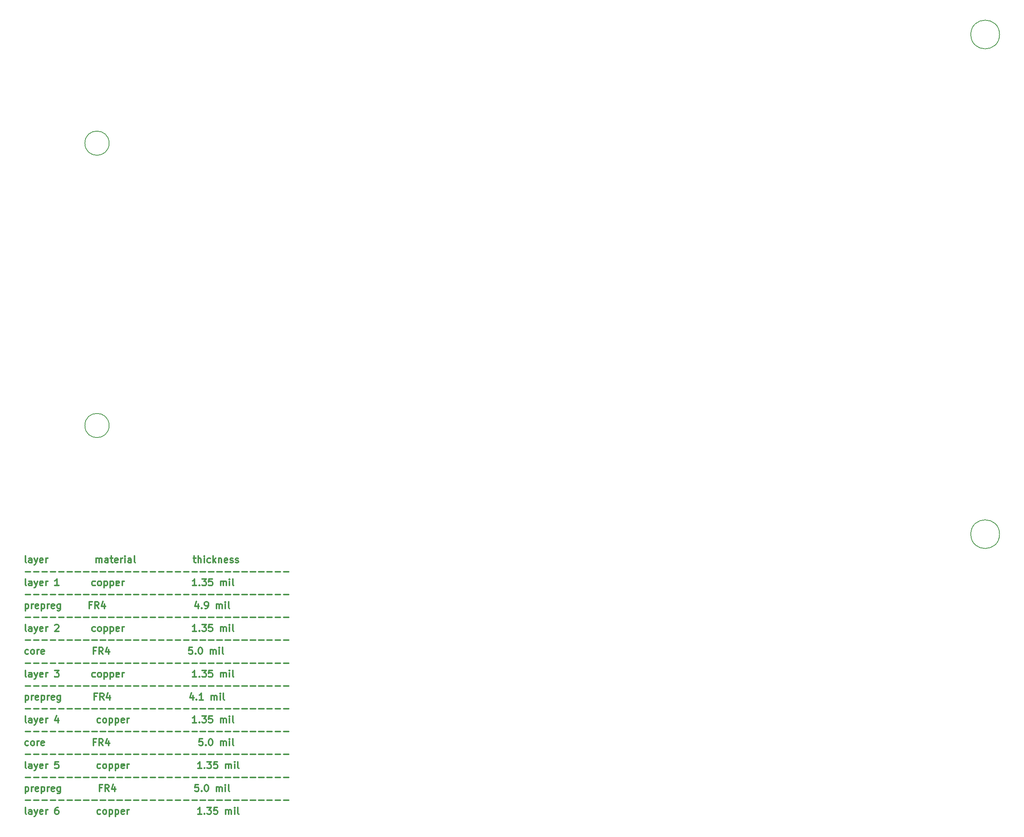
<source format=gbr>
G04 #@! TF.GenerationSoftware,KiCad,Pcbnew,(5.0.0-rc2-dev-86-gcd2224b94)*
G04 #@! TF.CreationDate,2018-04-27T13:43:40-06:00*
G04 #@! TF.ProjectId,audio_beamforming_daughter_board,617564696F5F6265616D666F726D696E,1*
G04 #@! TF.SameCoordinates,PX175d720PY88601c0*
G04 #@! TF.FileFunction,Other,Comment*
%FSLAX46Y46*%
G04 Gerber Fmt 4.6, Leading zero omitted, Abs format (unit mm)*
G04 Created by KiCad (PCBNEW (5.0.0-rc2-dev-86-gcd2224b94)) date Fri Apr 27 13:43:40 2018*
%MOMM*%
%LPD*%
G01*
G04 APERTURE LIST*
%ADD10C,0.300000*%
%ADD11C,0.150000*%
G04 APERTURE END LIST*
D10*
X-4983572Y-2628571D02*
X-5126429Y-2557142D01*
X-5197858Y-2414285D01*
X-5197858Y-1128571D01*
X-3769286Y-2628571D02*
X-3769286Y-1842857D01*
X-3840715Y-1700000D01*
X-3983572Y-1628571D01*
X-4269286Y-1628571D01*
X-4412143Y-1700000D01*
X-3769286Y-2557142D02*
X-3912143Y-2628571D01*
X-4269286Y-2628571D01*
X-4412143Y-2557142D01*
X-4483572Y-2414285D01*
X-4483572Y-2271428D01*
X-4412143Y-2128571D01*
X-4269286Y-2057142D01*
X-3912143Y-2057142D01*
X-3769286Y-1985714D01*
X-3197858Y-1628571D02*
X-2840715Y-2628571D01*
X-2483572Y-1628571D02*
X-2840715Y-2628571D01*
X-2983572Y-2985714D01*
X-3055000Y-3057142D01*
X-3197858Y-3128571D01*
X-1340715Y-2557142D02*
X-1483572Y-2628571D01*
X-1769286Y-2628571D01*
X-1912143Y-2557142D01*
X-1983572Y-2414285D01*
X-1983572Y-1842857D01*
X-1912143Y-1700000D01*
X-1769286Y-1628571D01*
X-1483572Y-1628571D01*
X-1340715Y-1700000D01*
X-1269286Y-1842857D01*
X-1269286Y-1985714D01*
X-1983572Y-2128571D01*
X-626429Y-2628571D02*
X-626429Y-1628571D01*
X-626429Y-1914285D02*
X-555000Y-1771428D01*
X-483572Y-1700000D01*
X-340715Y-1628571D01*
X-197858Y-1628571D01*
X10587857Y-2628571D02*
X10587857Y-1628571D01*
X10587857Y-1771428D02*
X10659285Y-1700000D01*
X10802142Y-1628571D01*
X11016428Y-1628571D01*
X11159285Y-1700000D01*
X11230714Y-1842857D01*
X11230714Y-2628571D01*
X11230714Y-1842857D02*
X11302142Y-1700000D01*
X11444999Y-1628571D01*
X11659285Y-1628571D01*
X11802142Y-1700000D01*
X11873571Y-1842857D01*
X11873571Y-2628571D01*
X13230714Y-2628571D02*
X13230714Y-1842857D01*
X13159285Y-1700000D01*
X13016428Y-1628571D01*
X12730714Y-1628571D01*
X12587857Y-1700000D01*
X13230714Y-2557142D02*
X13087857Y-2628571D01*
X12730714Y-2628571D01*
X12587857Y-2557142D01*
X12516428Y-2414285D01*
X12516428Y-2271428D01*
X12587857Y-2128571D01*
X12730714Y-2057142D01*
X13087857Y-2057142D01*
X13230714Y-1985714D01*
X13730714Y-1628571D02*
X14302142Y-1628571D01*
X13945000Y-1128571D02*
X13945000Y-2414285D01*
X14016428Y-2557142D01*
X14159285Y-2628571D01*
X14302142Y-2628571D01*
X15373571Y-2557142D02*
X15230714Y-2628571D01*
X14945000Y-2628571D01*
X14802142Y-2557142D01*
X14730714Y-2414285D01*
X14730714Y-1842857D01*
X14802142Y-1700000D01*
X14945000Y-1628571D01*
X15230714Y-1628571D01*
X15373571Y-1700000D01*
X15445000Y-1842857D01*
X15445000Y-1985714D01*
X14730714Y-2128571D01*
X16087857Y-2628571D02*
X16087857Y-1628571D01*
X16087857Y-1914285D02*
X16159285Y-1771428D01*
X16230714Y-1700000D01*
X16373571Y-1628571D01*
X16516428Y-1628571D01*
X17016428Y-2628571D02*
X17016428Y-1628571D01*
X17016428Y-1128571D02*
X16945000Y-1200000D01*
X17016428Y-1271428D01*
X17087857Y-1200000D01*
X17016428Y-1128571D01*
X17016428Y-1271428D01*
X18373571Y-2628571D02*
X18373571Y-1842857D01*
X18302142Y-1700000D01*
X18159285Y-1628571D01*
X17873571Y-1628571D01*
X17730714Y-1700000D01*
X18373571Y-2557142D02*
X18230714Y-2628571D01*
X17873571Y-2628571D01*
X17730714Y-2557142D01*
X17659285Y-2414285D01*
X17659285Y-2271428D01*
X17730714Y-2128571D01*
X17873571Y-2057142D01*
X18230714Y-2057142D01*
X18373571Y-1985714D01*
X19302142Y-2628571D02*
X19159285Y-2557142D01*
X19087857Y-2414285D01*
X19087857Y-1128571D01*
X32230714Y-1628571D02*
X32802142Y-1628571D01*
X32444999Y-1128571D02*
X32444999Y-2414285D01*
X32516428Y-2557142D01*
X32659285Y-2628571D01*
X32802142Y-2628571D01*
X33302142Y-2628571D02*
X33302142Y-1128571D01*
X33944999Y-2628571D02*
X33944999Y-1842857D01*
X33873571Y-1700000D01*
X33730714Y-1628571D01*
X33516428Y-1628571D01*
X33373571Y-1700000D01*
X33302142Y-1771428D01*
X34659285Y-2628571D02*
X34659285Y-1628571D01*
X34659285Y-1128571D02*
X34587857Y-1200000D01*
X34659285Y-1271428D01*
X34730714Y-1200000D01*
X34659285Y-1128571D01*
X34659285Y-1271428D01*
X36016428Y-2557142D02*
X35873571Y-2628571D01*
X35587857Y-2628571D01*
X35444999Y-2557142D01*
X35373571Y-2485714D01*
X35302142Y-2342857D01*
X35302142Y-1914285D01*
X35373571Y-1771428D01*
X35444999Y-1700000D01*
X35587857Y-1628571D01*
X35873571Y-1628571D01*
X36016428Y-1700000D01*
X36659285Y-2628571D02*
X36659285Y-1128571D01*
X36802142Y-2057142D02*
X37230714Y-2628571D01*
X37230714Y-1628571D02*
X36659285Y-2200000D01*
X37873571Y-1628571D02*
X37873571Y-2628571D01*
X37873571Y-1771428D02*
X37944999Y-1700000D01*
X38087857Y-1628571D01*
X38302142Y-1628571D01*
X38444999Y-1700000D01*
X38516428Y-1842857D01*
X38516428Y-2628571D01*
X39802142Y-2557142D02*
X39659285Y-2628571D01*
X39373571Y-2628571D01*
X39230714Y-2557142D01*
X39159285Y-2414285D01*
X39159285Y-1842857D01*
X39230714Y-1700000D01*
X39373571Y-1628571D01*
X39659285Y-1628571D01*
X39802142Y-1700000D01*
X39873571Y-1842857D01*
X39873571Y-1985714D01*
X39159285Y-2128571D01*
X40444999Y-2557142D02*
X40587857Y-2628571D01*
X40873571Y-2628571D01*
X41016428Y-2557142D01*
X41087857Y-2414285D01*
X41087857Y-2342857D01*
X41016428Y-2200000D01*
X40873571Y-2128571D01*
X40659285Y-2128571D01*
X40516428Y-2057142D01*
X40444999Y-1914285D01*
X40444999Y-1842857D01*
X40516428Y-1700000D01*
X40659285Y-1628571D01*
X40873571Y-1628571D01*
X41016428Y-1700000D01*
X41659285Y-2557142D02*
X41802142Y-2628571D01*
X42087857Y-2628571D01*
X42230714Y-2557142D01*
X42302142Y-2414285D01*
X42302142Y-2342857D01*
X42230714Y-2200000D01*
X42087857Y-2128571D01*
X41873571Y-2128571D01*
X41730714Y-2057142D01*
X41659285Y-1914285D01*
X41659285Y-1842857D01*
X41730714Y-1700000D01*
X41873571Y-1628571D01*
X42087857Y-1628571D01*
X42230714Y-1700000D01*
X-5197858Y-4607142D02*
X-4055000Y-4607142D01*
X-3340715Y-4607142D02*
X-2197858Y-4607142D01*
X-1483572Y-4607142D02*
X-340715Y-4607142D01*
X373571Y-4607142D02*
X1516428Y-4607142D01*
X2230714Y-4607142D02*
X3373571Y-4607142D01*
X4087857Y-4607142D02*
X5230714Y-4607142D01*
X5945000Y-4607142D02*
X7087857Y-4607142D01*
X7802142Y-4607142D02*
X8945000Y-4607142D01*
X9659285Y-4607142D02*
X10802142Y-4607142D01*
X11516428Y-4607142D02*
X12659285Y-4607142D01*
X13373571Y-4607142D02*
X14516428Y-4607142D01*
X15230714Y-4607142D02*
X16373571Y-4607142D01*
X17087857Y-4607142D02*
X18230714Y-4607142D01*
X18945000Y-4607142D02*
X20087857Y-4607142D01*
X20802142Y-4607142D02*
X21945000Y-4607142D01*
X22659285Y-4607142D02*
X23802142Y-4607142D01*
X24516428Y-4607142D02*
X25659285Y-4607142D01*
X26373571Y-4607142D02*
X27516428Y-4607142D01*
X28230714Y-4607142D02*
X29373571Y-4607142D01*
X30087857Y-4607142D02*
X31230714Y-4607142D01*
X31945000Y-4607142D02*
X33087857Y-4607142D01*
X33802142Y-4607142D02*
X34945000Y-4607142D01*
X35659285Y-4607142D02*
X36802142Y-4607142D01*
X37516428Y-4607142D02*
X38659285Y-4607142D01*
X39373571Y-4607142D02*
X40516428Y-4607142D01*
X41230714Y-4607142D02*
X42373571Y-4607142D01*
X43087857Y-4607142D02*
X44230714Y-4607142D01*
X44945000Y-4607142D02*
X46087857Y-4607142D01*
X46802142Y-4607142D02*
X47945000Y-4607142D01*
X48659285Y-4607142D02*
X49802142Y-4607142D01*
X50516428Y-4607142D02*
X51659285Y-4607142D01*
X52373571Y-4607142D02*
X53516428Y-4607142D01*
X-4983572Y-7728571D02*
X-5126429Y-7657142D01*
X-5197858Y-7514285D01*
X-5197858Y-6228571D01*
X-3769286Y-7728571D02*
X-3769286Y-6942857D01*
X-3840715Y-6800000D01*
X-3983572Y-6728571D01*
X-4269286Y-6728571D01*
X-4412143Y-6800000D01*
X-3769286Y-7657142D02*
X-3912143Y-7728571D01*
X-4269286Y-7728571D01*
X-4412143Y-7657142D01*
X-4483572Y-7514285D01*
X-4483572Y-7371428D01*
X-4412143Y-7228571D01*
X-4269286Y-7157142D01*
X-3912143Y-7157142D01*
X-3769286Y-7085714D01*
X-3197858Y-6728571D02*
X-2840715Y-7728571D01*
X-2483572Y-6728571D02*
X-2840715Y-7728571D01*
X-2983572Y-8085714D01*
X-3055000Y-8157142D01*
X-3197858Y-8228571D01*
X-1340715Y-7657142D02*
X-1483572Y-7728571D01*
X-1769286Y-7728571D01*
X-1912143Y-7657142D01*
X-1983572Y-7514285D01*
X-1983572Y-6942857D01*
X-1912143Y-6800000D01*
X-1769286Y-6728571D01*
X-1483572Y-6728571D01*
X-1340715Y-6800000D01*
X-1269286Y-6942857D01*
X-1269286Y-7085714D01*
X-1983572Y-7228571D01*
X-626429Y-7728571D02*
X-626429Y-6728571D01*
X-626429Y-7014285D02*
X-555000Y-6871428D01*
X-483572Y-6800000D01*
X-340715Y-6728571D01*
X-197858Y-6728571D01*
X2230714Y-7728571D02*
X1373571Y-7728571D01*
X1802142Y-7728571D02*
X1802142Y-6228571D01*
X1659285Y-6442857D01*
X1516428Y-6585714D01*
X1373571Y-6657142D01*
X10373571Y-7657142D02*
X10230714Y-7728571D01*
X9944999Y-7728571D01*
X9802142Y-7657142D01*
X9730714Y-7585714D01*
X9659285Y-7442857D01*
X9659285Y-7014285D01*
X9730714Y-6871428D01*
X9802142Y-6800000D01*
X9944999Y-6728571D01*
X10230714Y-6728571D01*
X10373571Y-6800000D01*
X11230714Y-7728571D02*
X11087857Y-7657142D01*
X11016428Y-7585714D01*
X10944999Y-7442857D01*
X10944999Y-7014285D01*
X11016428Y-6871428D01*
X11087857Y-6800000D01*
X11230714Y-6728571D01*
X11444999Y-6728571D01*
X11587857Y-6800000D01*
X11659285Y-6871428D01*
X11730714Y-7014285D01*
X11730714Y-7442857D01*
X11659285Y-7585714D01*
X11587857Y-7657142D01*
X11444999Y-7728571D01*
X11230714Y-7728571D01*
X12373571Y-6728571D02*
X12373571Y-8228571D01*
X12373571Y-6800000D02*
X12516428Y-6728571D01*
X12802142Y-6728571D01*
X12944999Y-6800000D01*
X13016428Y-6871428D01*
X13087857Y-7014285D01*
X13087857Y-7442857D01*
X13016428Y-7585714D01*
X12944999Y-7657142D01*
X12802142Y-7728571D01*
X12516428Y-7728571D01*
X12373571Y-7657142D01*
X13730714Y-6728571D02*
X13730714Y-8228571D01*
X13730714Y-6800000D02*
X13873571Y-6728571D01*
X14159285Y-6728571D01*
X14302142Y-6800000D01*
X14373571Y-6871428D01*
X14444999Y-7014285D01*
X14444999Y-7442857D01*
X14373571Y-7585714D01*
X14302142Y-7657142D01*
X14159285Y-7728571D01*
X13873571Y-7728571D01*
X13730714Y-7657142D01*
X15659285Y-7657142D02*
X15516428Y-7728571D01*
X15230714Y-7728571D01*
X15087857Y-7657142D01*
X15016428Y-7514285D01*
X15016428Y-6942857D01*
X15087857Y-6800000D01*
X15230714Y-6728571D01*
X15516428Y-6728571D01*
X15659285Y-6800000D01*
X15730714Y-6942857D01*
X15730714Y-7085714D01*
X15016428Y-7228571D01*
X16373571Y-7728571D02*
X16373571Y-6728571D01*
X16373571Y-7014285D02*
X16445000Y-6871428D01*
X16516428Y-6800000D01*
X16659285Y-6728571D01*
X16802142Y-6728571D01*
X32944999Y-7728571D02*
X32087857Y-7728571D01*
X32516428Y-7728571D02*
X32516428Y-6228571D01*
X32373571Y-6442857D01*
X32230714Y-6585714D01*
X32087857Y-6657142D01*
X33587857Y-7585714D02*
X33659285Y-7657142D01*
X33587857Y-7728571D01*
X33516428Y-7657142D01*
X33587857Y-7585714D01*
X33587857Y-7728571D01*
X34159285Y-6228571D02*
X35087857Y-6228571D01*
X34587857Y-6800000D01*
X34802142Y-6800000D01*
X34944999Y-6871428D01*
X35016428Y-6942857D01*
X35087857Y-7085714D01*
X35087857Y-7442857D01*
X35016428Y-7585714D01*
X34944999Y-7657142D01*
X34802142Y-7728571D01*
X34373571Y-7728571D01*
X34230714Y-7657142D01*
X34159285Y-7585714D01*
X36444999Y-6228571D02*
X35730714Y-6228571D01*
X35659285Y-6942857D01*
X35730714Y-6871428D01*
X35873571Y-6800000D01*
X36230714Y-6800000D01*
X36373571Y-6871428D01*
X36444999Y-6942857D01*
X36516428Y-7085714D01*
X36516428Y-7442857D01*
X36444999Y-7585714D01*
X36373571Y-7657142D01*
X36230714Y-7728571D01*
X35873571Y-7728571D01*
X35730714Y-7657142D01*
X35659285Y-7585714D01*
X38302142Y-7728571D02*
X38302142Y-6728571D01*
X38302142Y-6871428D02*
X38373571Y-6800000D01*
X38516428Y-6728571D01*
X38730714Y-6728571D01*
X38873571Y-6800000D01*
X38944999Y-6942857D01*
X38944999Y-7728571D01*
X38944999Y-6942857D02*
X39016428Y-6800000D01*
X39159285Y-6728571D01*
X39373571Y-6728571D01*
X39516428Y-6800000D01*
X39587857Y-6942857D01*
X39587857Y-7728571D01*
X40302142Y-7728571D02*
X40302142Y-6728571D01*
X40302142Y-6228571D02*
X40230714Y-6300000D01*
X40302142Y-6371428D01*
X40373571Y-6300000D01*
X40302142Y-6228571D01*
X40302142Y-6371428D01*
X41230714Y-7728571D02*
X41087857Y-7657142D01*
X41016428Y-7514285D01*
X41016428Y-6228571D01*
X-5197858Y-9707142D02*
X-4055000Y-9707142D01*
X-3340715Y-9707142D02*
X-2197858Y-9707142D01*
X-1483572Y-9707142D02*
X-340715Y-9707142D01*
X373571Y-9707142D02*
X1516428Y-9707142D01*
X2230714Y-9707142D02*
X3373571Y-9707142D01*
X4087857Y-9707142D02*
X5230714Y-9707142D01*
X5945000Y-9707142D02*
X7087857Y-9707142D01*
X7802142Y-9707142D02*
X8945000Y-9707142D01*
X9659285Y-9707142D02*
X10802142Y-9707142D01*
X11516428Y-9707142D02*
X12659285Y-9707142D01*
X13373571Y-9707142D02*
X14516428Y-9707142D01*
X15230714Y-9707142D02*
X16373571Y-9707142D01*
X17087857Y-9707142D02*
X18230714Y-9707142D01*
X18945000Y-9707142D02*
X20087857Y-9707142D01*
X20802142Y-9707142D02*
X21945000Y-9707142D01*
X22659285Y-9707142D02*
X23802142Y-9707142D01*
X24516428Y-9707142D02*
X25659285Y-9707142D01*
X26373571Y-9707142D02*
X27516428Y-9707142D01*
X28230714Y-9707142D02*
X29373571Y-9707142D01*
X30087857Y-9707142D02*
X31230714Y-9707142D01*
X31945000Y-9707142D02*
X33087857Y-9707142D01*
X33802142Y-9707142D02*
X34945000Y-9707142D01*
X35659285Y-9707142D02*
X36802142Y-9707142D01*
X37516428Y-9707142D02*
X38659285Y-9707142D01*
X39373571Y-9707142D02*
X40516428Y-9707142D01*
X41230714Y-9707142D02*
X42373571Y-9707142D01*
X43087857Y-9707142D02*
X44230714Y-9707142D01*
X44945000Y-9707142D02*
X46087857Y-9707142D01*
X46802142Y-9707142D02*
X47945000Y-9707142D01*
X48659285Y-9707142D02*
X49802142Y-9707142D01*
X50516428Y-9707142D02*
X51659285Y-9707142D01*
X52373571Y-9707142D02*
X53516428Y-9707142D01*
X-5197858Y-11828571D02*
X-5197858Y-13328571D01*
X-5197858Y-11900000D02*
X-5055000Y-11828571D01*
X-4769286Y-11828571D01*
X-4626429Y-11900000D01*
X-4555000Y-11971428D01*
X-4483572Y-12114285D01*
X-4483572Y-12542857D01*
X-4555000Y-12685714D01*
X-4626429Y-12757142D01*
X-4769286Y-12828571D01*
X-5055000Y-12828571D01*
X-5197858Y-12757142D01*
X-3840715Y-12828571D02*
X-3840715Y-11828571D01*
X-3840715Y-12114285D02*
X-3769286Y-11971428D01*
X-3697858Y-11900000D01*
X-3555000Y-11828571D01*
X-3412143Y-11828571D01*
X-2340715Y-12757142D02*
X-2483572Y-12828571D01*
X-2769286Y-12828571D01*
X-2912143Y-12757142D01*
X-2983572Y-12614285D01*
X-2983572Y-12042857D01*
X-2912143Y-11900000D01*
X-2769286Y-11828571D01*
X-2483572Y-11828571D01*
X-2340715Y-11900000D01*
X-2269286Y-12042857D01*
X-2269286Y-12185714D01*
X-2983572Y-12328571D01*
X-1626429Y-11828571D02*
X-1626429Y-13328571D01*
X-1626429Y-11900000D02*
X-1483572Y-11828571D01*
X-1197858Y-11828571D01*
X-1055000Y-11900000D01*
X-983572Y-11971428D01*
X-912143Y-12114285D01*
X-912143Y-12542857D01*
X-983572Y-12685714D01*
X-1055000Y-12757142D01*
X-1197858Y-12828571D01*
X-1483572Y-12828571D01*
X-1626429Y-12757142D01*
X-269286Y-12828571D02*
X-269286Y-11828571D01*
X-269286Y-12114285D02*
X-197858Y-11971428D01*
X-126429Y-11900000D01*
X16428Y-11828571D01*
X159285Y-11828571D01*
X1230714Y-12757142D02*
X1087857Y-12828571D01*
X802142Y-12828571D01*
X659285Y-12757142D01*
X587857Y-12614285D01*
X587857Y-12042857D01*
X659285Y-11900000D01*
X802142Y-11828571D01*
X1087857Y-11828571D01*
X1230714Y-11900000D01*
X1302142Y-12042857D01*
X1302142Y-12185714D01*
X587857Y-12328571D01*
X2587857Y-11828571D02*
X2587857Y-13042857D01*
X2516428Y-13185714D01*
X2445000Y-13257142D01*
X2302142Y-13328571D01*
X2087857Y-13328571D01*
X1945000Y-13257142D01*
X2587857Y-12757142D02*
X2445000Y-12828571D01*
X2159285Y-12828571D01*
X2016428Y-12757142D01*
X1945000Y-12685714D01*
X1873571Y-12542857D01*
X1873571Y-12114285D01*
X1945000Y-11971428D01*
X2016428Y-11900000D01*
X2159285Y-11828571D01*
X2445000Y-11828571D01*
X2587857Y-11900000D01*
X9516428Y-12042857D02*
X9016428Y-12042857D01*
X9016428Y-12828571D02*
X9016428Y-11328571D01*
X9730714Y-11328571D01*
X11159285Y-12828571D02*
X10659285Y-12114285D01*
X10302142Y-12828571D02*
X10302142Y-11328571D01*
X10873571Y-11328571D01*
X11016428Y-11400000D01*
X11087857Y-11471428D01*
X11159285Y-11614285D01*
X11159285Y-11828571D01*
X11087857Y-11971428D01*
X11016428Y-12042857D01*
X10873571Y-12114285D01*
X10302142Y-12114285D01*
X12444999Y-11828571D02*
X12444999Y-12828571D01*
X12087857Y-11257142D02*
X11730714Y-12328571D01*
X12659285Y-12328571D01*
X33302142Y-11828571D02*
X33302142Y-12828571D01*
X32944999Y-11257142D02*
X32587857Y-12328571D01*
X33516428Y-12328571D01*
X34087857Y-12685714D02*
X34159285Y-12757142D01*
X34087857Y-12828571D01*
X34016428Y-12757142D01*
X34087857Y-12685714D01*
X34087857Y-12828571D01*
X34873571Y-12828571D02*
X35159285Y-12828571D01*
X35302142Y-12757142D01*
X35373571Y-12685714D01*
X35516428Y-12471428D01*
X35587857Y-12185714D01*
X35587857Y-11614285D01*
X35516428Y-11471428D01*
X35444999Y-11400000D01*
X35302142Y-11328571D01*
X35016428Y-11328571D01*
X34873571Y-11400000D01*
X34802142Y-11471428D01*
X34730714Y-11614285D01*
X34730714Y-11971428D01*
X34802142Y-12114285D01*
X34873571Y-12185714D01*
X35016428Y-12257142D01*
X35302142Y-12257142D01*
X35444999Y-12185714D01*
X35516428Y-12114285D01*
X35587857Y-11971428D01*
X37373571Y-12828571D02*
X37373571Y-11828571D01*
X37373571Y-11971428D02*
X37444999Y-11900000D01*
X37587857Y-11828571D01*
X37802142Y-11828571D01*
X37944999Y-11900000D01*
X38016428Y-12042857D01*
X38016428Y-12828571D01*
X38016428Y-12042857D02*
X38087857Y-11900000D01*
X38230714Y-11828571D01*
X38444999Y-11828571D01*
X38587857Y-11900000D01*
X38659285Y-12042857D01*
X38659285Y-12828571D01*
X39373571Y-12828571D02*
X39373571Y-11828571D01*
X39373571Y-11328571D02*
X39302142Y-11400000D01*
X39373571Y-11471428D01*
X39444999Y-11400000D01*
X39373571Y-11328571D01*
X39373571Y-11471428D01*
X40302142Y-12828571D02*
X40159285Y-12757142D01*
X40087857Y-12614285D01*
X40087857Y-11328571D01*
X-5197858Y-14807142D02*
X-4055000Y-14807142D01*
X-3340715Y-14807142D02*
X-2197858Y-14807142D01*
X-1483572Y-14807142D02*
X-340715Y-14807142D01*
X373571Y-14807142D02*
X1516428Y-14807142D01*
X2230714Y-14807142D02*
X3373571Y-14807142D01*
X4087857Y-14807142D02*
X5230714Y-14807142D01*
X5945000Y-14807142D02*
X7087857Y-14807142D01*
X7802142Y-14807142D02*
X8945000Y-14807142D01*
X9659285Y-14807142D02*
X10802142Y-14807142D01*
X11516428Y-14807142D02*
X12659285Y-14807142D01*
X13373571Y-14807142D02*
X14516428Y-14807142D01*
X15230714Y-14807142D02*
X16373571Y-14807142D01*
X17087857Y-14807142D02*
X18230714Y-14807142D01*
X18945000Y-14807142D02*
X20087857Y-14807142D01*
X20802142Y-14807142D02*
X21945000Y-14807142D01*
X22659285Y-14807142D02*
X23802142Y-14807142D01*
X24516428Y-14807142D02*
X25659285Y-14807142D01*
X26373571Y-14807142D02*
X27516428Y-14807142D01*
X28230714Y-14807142D02*
X29373571Y-14807142D01*
X30087857Y-14807142D02*
X31230714Y-14807142D01*
X31945000Y-14807142D02*
X33087857Y-14807142D01*
X33802142Y-14807142D02*
X34945000Y-14807142D01*
X35659285Y-14807142D02*
X36802142Y-14807142D01*
X37516428Y-14807142D02*
X38659285Y-14807142D01*
X39373571Y-14807142D02*
X40516428Y-14807142D01*
X41230714Y-14807142D02*
X42373571Y-14807142D01*
X43087857Y-14807142D02*
X44230714Y-14807142D01*
X44945000Y-14807142D02*
X46087857Y-14807142D01*
X46802142Y-14807142D02*
X47945000Y-14807142D01*
X48659285Y-14807142D02*
X49802142Y-14807142D01*
X50516428Y-14807142D02*
X51659285Y-14807142D01*
X52373571Y-14807142D02*
X53516428Y-14807142D01*
X-4983572Y-17928571D02*
X-5126429Y-17857142D01*
X-5197858Y-17714285D01*
X-5197858Y-16428571D01*
X-3769286Y-17928571D02*
X-3769286Y-17142857D01*
X-3840715Y-17000000D01*
X-3983572Y-16928571D01*
X-4269286Y-16928571D01*
X-4412143Y-17000000D01*
X-3769286Y-17857142D02*
X-3912143Y-17928571D01*
X-4269286Y-17928571D01*
X-4412143Y-17857142D01*
X-4483572Y-17714285D01*
X-4483572Y-17571428D01*
X-4412143Y-17428571D01*
X-4269286Y-17357142D01*
X-3912143Y-17357142D01*
X-3769286Y-17285714D01*
X-3197858Y-16928571D02*
X-2840715Y-17928571D01*
X-2483572Y-16928571D02*
X-2840715Y-17928571D01*
X-2983572Y-18285714D01*
X-3055000Y-18357142D01*
X-3197858Y-18428571D01*
X-1340715Y-17857142D02*
X-1483572Y-17928571D01*
X-1769286Y-17928571D01*
X-1912143Y-17857142D01*
X-1983572Y-17714285D01*
X-1983572Y-17142857D01*
X-1912143Y-17000000D01*
X-1769286Y-16928571D01*
X-1483572Y-16928571D01*
X-1340715Y-17000000D01*
X-1269286Y-17142857D01*
X-1269286Y-17285714D01*
X-1983572Y-17428571D01*
X-626429Y-17928571D02*
X-626429Y-16928571D01*
X-626429Y-17214285D02*
X-555000Y-17071428D01*
X-483572Y-17000000D01*
X-340715Y-16928571D01*
X-197858Y-16928571D01*
X1373571Y-16571428D02*
X1445000Y-16500000D01*
X1587857Y-16428571D01*
X1945000Y-16428571D01*
X2087857Y-16500000D01*
X2159285Y-16571428D01*
X2230714Y-16714285D01*
X2230714Y-16857142D01*
X2159285Y-17071428D01*
X1302142Y-17928571D01*
X2230714Y-17928571D01*
X10373571Y-17857142D02*
X10230714Y-17928571D01*
X9944999Y-17928571D01*
X9802142Y-17857142D01*
X9730714Y-17785714D01*
X9659285Y-17642857D01*
X9659285Y-17214285D01*
X9730714Y-17071428D01*
X9802142Y-17000000D01*
X9944999Y-16928571D01*
X10230714Y-16928571D01*
X10373571Y-17000000D01*
X11230714Y-17928571D02*
X11087857Y-17857142D01*
X11016428Y-17785714D01*
X10944999Y-17642857D01*
X10944999Y-17214285D01*
X11016428Y-17071428D01*
X11087857Y-17000000D01*
X11230714Y-16928571D01*
X11444999Y-16928571D01*
X11587857Y-17000000D01*
X11659285Y-17071428D01*
X11730714Y-17214285D01*
X11730714Y-17642857D01*
X11659285Y-17785714D01*
X11587857Y-17857142D01*
X11444999Y-17928571D01*
X11230714Y-17928571D01*
X12373571Y-16928571D02*
X12373571Y-18428571D01*
X12373571Y-17000000D02*
X12516428Y-16928571D01*
X12802142Y-16928571D01*
X12944999Y-17000000D01*
X13016428Y-17071428D01*
X13087857Y-17214285D01*
X13087857Y-17642857D01*
X13016428Y-17785714D01*
X12944999Y-17857142D01*
X12802142Y-17928571D01*
X12516428Y-17928571D01*
X12373571Y-17857142D01*
X13730714Y-16928571D02*
X13730714Y-18428571D01*
X13730714Y-17000000D02*
X13873571Y-16928571D01*
X14159285Y-16928571D01*
X14302142Y-17000000D01*
X14373571Y-17071428D01*
X14444999Y-17214285D01*
X14444999Y-17642857D01*
X14373571Y-17785714D01*
X14302142Y-17857142D01*
X14159285Y-17928571D01*
X13873571Y-17928571D01*
X13730714Y-17857142D01*
X15659285Y-17857142D02*
X15516428Y-17928571D01*
X15230714Y-17928571D01*
X15087857Y-17857142D01*
X15016428Y-17714285D01*
X15016428Y-17142857D01*
X15087857Y-17000000D01*
X15230714Y-16928571D01*
X15516428Y-16928571D01*
X15659285Y-17000000D01*
X15730714Y-17142857D01*
X15730714Y-17285714D01*
X15016428Y-17428571D01*
X16373571Y-17928571D02*
X16373571Y-16928571D01*
X16373571Y-17214285D02*
X16445000Y-17071428D01*
X16516428Y-17000000D01*
X16659285Y-16928571D01*
X16802142Y-16928571D01*
X32944999Y-17928571D02*
X32087857Y-17928571D01*
X32516428Y-17928571D02*
X32516428Y-16428571D01*
X32373571Y-16642857D01*
X32230714Y-16785714D01*
X32087857Y-16857142D01*
X33587857Y-17785714D02*
X33659285Y-17857142D01*
X33587857Y-17928571D01*
X33516428Y-17857142D01*
X33587857Y-17785714D01*
X33587857Y-17928571D01*
X34159285Y-16428571D02*
X35087857Y-16428571D01*
X34587857Y-17000000D01*
X34802142Y-17000000D01*
X34944999Y-17071428D01*
X35016428Y-17142857D01*
X35087857Y-17285714D01*
X35087857Y-17642857D01*
X35016428Y-17785714D01*
X34944999Y-17857142D01*
X34802142Y-17928571D01*
X34373571Y-17928571D01*
X34230714Y-17857142D01*
X34159285Y-17785714D01*
X36444999Y-16428571D02*
X35730714Y-16428571D01*
X35659285Y-17142857D01*
X35730714Y-17071428D01*
X35873571Y-17000000D01*
X36230714Y-17000000D01*
X36373571Y-17071428D01*
X36444999Y-17142857D01*
X36516428Y-17285714D01*
X36516428Y-17642857D01*
X36444999Y-17785714D01*
X36373571Y-17857142D01*
X36230714Y-17928571D01*
X35873571Y-17928571D01*
X35730714Y-17857142D01*
X35659285Y-17785714D01*
X38302142Y-17928571D02*
X38302142Y-16928571D01*
X38302142Y-17071428D02*
X38373571Y-17000000D01*
X38516428Y-16928571D01*
X38730714Y-16928571D01*
X38873571Y-17000000D01*
X38944999Y-17142857D01*
X38944999Y-17928571D01*
X38944999Y-17142857D02*
X39016428Y-17000000D01*
X39159285Y-16928571D01*
X39373571Y-16928571D01*
X39516428Y-17000000D01*
X39587857Y-17142857D01*
X39587857Y-17928571D01*
X40302142Y-17928571D02*
X40302142Y-16928571D01*
X40302142Y-16428571D02*
X40230714Y-16500000D01*
X40302142Y-16571428D01*
X40373571Y-16500000D01*
X40302142Y-16428571D01*
X40302142Y-16571428D01*
X41230714Y-17928571D02*
X41087857Y-17857142D01*
X41016428Y-17714285D01*
X41016428Y-16428571D01*
X-5197858Y-19907142D02*
X-4055000Y-19907142D01*
X-3340715Y-19907142D02*
X-2197858Y-19907142D01*
X-1483572Y-19907142D02*
X-340715Y-19907142D01*
X373571Y-19907142D02*
X1516428Y-19907142D01*
X2230714Y-19907142D02*
X3373571Y-19907142D01*
X4087857Y-19907142D02*
X5230714Y-19907142D01*
X5945000Y-19907142D02*
X7087857Y-19907142D01*
X7802142Y-19907142D02*
X8945000Y-19907142D01*
X9659285Y-19907142D02*
X10802142Y-19907142D01*
X11516428Y-19907142D02*
X12659285Y-19907142D01*
X13373571Y-19907142D02*
X14516428Y-19907142D01*
X15230714Y-19907142D02*
X16373571Y-19907142D01*
X17087857Y-19907142D02*
X18230714Y-19907142D01*
X18945000Y-19907142D02*
X20087857Y-19907142D01*
X20802142Y-19907142D02*
X21945000Y-19907142D01*
X22659285Y-19907142D02*
X23802142Y-19907142D01*
X24516428Y-19907142D02*
X25659285Y-19907142D01*
X26373571Y-19907142D02*
X27516428Y-19907142D01*
X28230714Y-19907142D02*
X29373571Y-19907142D01*
X30087857Y-19907142D02*
X31230714Y-19907142D01*
X31945000Y-19907142D02*
X33087857Y-19907142D01*
X33802142Y-19907142D02*
X34945000Y-19907142D01*
X35659285Y-19907142D02*
X36802142Y-19907142D01*
X37516428Y-19907142D02*
X38659285Y-19907142D01*
X39373571Y-19907142D02*
X40516428Y-19907142D01*
X41230714Y-19907142D02*
X42373571Y-19907142D01*
X43087857Y-19907142D02*
X44230714Y-19907142D01*
X44945000Y-19907142D02*
X46087857Y-19907142D01*
X46802142Y-19907142D02*
X47945000Y-19907142D01*
X48659285Y-19907142D02*
X49802142Y-19907142D01*
X50516428Y-19907142D02*
X51659285Y-19907142D01*
X52373571Y-19907142D02*
X53516428Y-19907142D01*
X-4555000Y-22957142D02*
X-4697858Y-23028571D01*
X-4983572Y-23028571D01*
X-5126429Y-22957142D01*
X-5197858Y-22885714D01*
X-5269286Y-22742857D01*
X-5269286Y-22314285D01*
X-5197858Y-22171428D01*
X-5126429Y-22100000D01*
X-4983572Y-22028571D01*
X-4697858Y-22028571D01*
X-4555000Y-22100000D01*
X-3697858Y-23028571D02*
X-3840715Y-22957142D01*
X-3912143Y-22885714D01*
X-3983572Y-22742857D01*
X-3983572Y-22314285D01*
X-3912143Y-22171428D01*
X-3840715Y-22100000D01*
X-3697858Y-22028571D01*
X-3483572Y-22028571D01*
X-3340715Y-22100000D01*
X-3269286Y-22171428D01*
X-3197858Y-22314285D01*
X-3197858Y-22742857D01*
X-3269286Y-22885714D01*
X-3340715Y-22957142D01*
X-3483572Y-23028571D01*
X-3697858Y-23028571D01*
X-2555000Y-23028571D02*
X-2555000Y-22028571D01*
X-2555000Y-22314285D02*
X-2483572Y-22171428D01*
X-2412143Y-22100000D01*
X-2269286Y-22028571D01*
X-2126429Y-22028571D01*
X-1055000Y-22957142D02*
X-1197858Y-23028571D01*
X-1483572Y-23028571D01*
X-1626429Y-22957142D01*
X-1697858Y-22814285D01*
X-1697858Y-22242857D01*
X-1626429Y-22100000D01*
X-1483572Y-22028571D01*
X-1197858Y-22028571D01*
X-1055000Y-22100000D01*
X-983572Y-22242857D01*
X-983572Y-22385714D01*
X-1697858Y-22528571D01*
X10444999Y-22242857D02*
X9944999Y-22242857D01*
X9944999Y-23028571D02*
X9944999Y-21528571D01*
X10659285Y-21528571D01*
X12087857Y-23028571D02*
X11587857Y-22314285D01*
X11230714Y-23028571D02*
X11230714Y-21528571D01*
X11802142Y-21528571D01*
X11945000Y-21600000D01*
X12016428Y-21671428D01*
X12087857Y-21814285D01*
X12087857Y-22028571D01*
X12016428Y-22171428D01*
X11945000Y-22242857D01*
X11802142Y-22314285D01*
X11230714Y-22314285D01*
X13373571Y-22028571D02*
X13373571Y-23028571D01*
X13016428Y-21457142D02*
X12659285Y-22528571D01*
X13587857Y-22528571D01*
X32016428Y-21528571D02*
X31302142Y-21528571D01*
X31230714Y-22242857D01*
X31302142Y-22171428D01*
X31444999Y-22100000D01*
X31802142Y-22100000D01*
X31944999Y-22171428D01*
X32016428Y-22242857D01*
X32087857Y-22385714D01*
X32087857Y-22742857D01*
X32016428Y-22885714D01*
X31944999Y-22957142D01*
X31802142Y-23028571D01*
X31444999Y-23028571D01*
X31302142Y-22957142D01*
X31230714Y-22885714D01*
X32730714Y-22885714D02*
X32802142Y-22957142D01*
X32730714Y-23028571D01*
X32659285Y-22957142D01*
X32730714Y-22885714D01*
X32730714Y-23028571D01*
X33730714Y-21528571D02*
X33873571Y-21528571D01*
X34016428Y-21600000D01*
X34087857Y-21671428D01*
X34159285Y-21814285D01*
X34230714Y-22100000D01*
X34230714Y-22457142D01*
X34159285Y-22742857D01*
X34087857Y-22885714D01*
X34016428Y-22957142D01*
X33873571Y-23028571D01*
X33730714Y-23028571D01*
X33587857Y-22957142D01*
X33516428Y-22885714D01*
X33444999Y-22742857D01*
X33373571Y-22457142D01*
X33373571Y-22100000D01*
X33444999Y-21814285D01*
X33516428Y-21671428D01*
X33587857Y-21600000D01*
X33730714Y-21528571D01*
X36016428Y-23028571D02*
X36016428Y-22028571D01*
X36016428Y-22171428D02*
X36087857Y-22100000D01*
X36230714Y-22028571D01*
X36444999Y-22028571D01*
X36587857Y-22100000D01*
X36659285Y-22242857D01*
X36659285Y-23028571D01*
X36659285Y-22242857D02*
X36730714Y-22100000D01*
X36873571Y-22028571D01*
X37087857Y-22028571D01*
X37230714Y-22100000D01*
X37302142Y-22242857D01*
X37302142Y-23028571D01*
X38016428Y-23028571D02*
X38016428Y-22028571D01*
X38016428Y-21528571D02*
X37944999Y-21600000D01*
X38016428Y-21671428D01*
X38087857Y-21600000D01*
X38016428Y-21528571D01*
X38016428Y-21671428D01*
X38944999Y-23028571D02*
X38802142Y-22957142D01*
X38730714Y-22814285D01*
X38730714Y-21528571D01*
X-5197858Y-25007142D02*
X-4055000Y-25007142D01*
X-3340715Y-25007142D02*
X-2197858Y-25007142D01*
X-1483572Y-25007142D02*
X-340715Y-25007142D01*
X373571Y-25007142D02*
X1516428Y-25007142D01*
X2230714Y-25007142D02*
X3373571Y-25007142D01*
X4087857Y-25007142D02*
X5230714Y-25007142D01*
X5945000Y-25007142D02*
X7087857Y-25007142D01*
X7802142Y-25007142D02*
X8945000Y-25007142D01*
X9659285Y-25007142D02*
X10802142Y-25007142D01*
X11516428Y-25007142D02*
X12659285Y-25007142D01*
X13373571Y-25007142D02*
X14516428Y-25007142D01*
X15230714Y-25007142D02*
X16373571Y-25007142D01*
X17087857Y-25007142D02*
X18230714Y-25007142D01*
X18945000Y-25007142D02*
X20087857Y-25007142D01*
X20802142Y-25007142D02*
X21945000Y-25007142D01*
X22659285Y-25007142D02*
X23802142Y-25007142D01*
X24516428Y-25007142D02*
X25659285Y-25007142D01*
X26373571Y-25007142D02*
X27516428Y-25007142D01*
X28230714Y-25007142D02*
X29373571Y-25007142D01*
X30087857Y-25007142D02*
X31230714Y-25007142D01*
X31945000Y-25007142D02*
X33087857Y-25007142D01*
X33802142Y-25007142D02*
X34945000Y-25007142D01*
X35659285Y-25007142D02*
X36802142Y-25007142D01*
X37516428Y-25007142D02*
X38659285Y-25007142D01*
X39373571Y-25007142D02*
X40516428Y-25007142D01*
X41230714Y-25007142D02*
X42373571Y-25007142D01*
X43087857Y-25007142D02*
X44230714Y-25007142D01*
X44945000Y-25007142D02*
X46087857Y-25007142D01*
X46802142Y-25007142D02*
X47945000Y-25007142D01*
X48659285Y-25007142D02*
X49802142Y-25007142D01*
X50516428Y-25007142D02*
X51659285Y-25007142D01*
X52373571Y-25007142D02*
X53516428Y-25007142D01*
X-4983572Y-28128571D02*
X-5126429Y-28057142D01*
X-5197858Y-27914285D01*
X-5197858Y-26628571D01*
X-3769286Y-28128571D02*
X-3769286Y-27342857D01*
X-3840715Y-27200000D01*
X-3983572Y-27128571D01*
X-4269286Y-27128571D01*
X-4412143Y-27200000D01*
X-3769286Y-28057142D02*
X-3912143Y-28128571D01*
X-4269286Y-28128571D01*
X-4412143Y-28057142D01*
X-4483572Y-27914285D01*
X-4483572Y-27771428D01*
X-4412143Y-27628571D01*
X-4269286Y-27557142D01*
X-3912143Y-27557142D01*
X-3769286Y-27485714D01*
X-3197858Y-27128571D02*
X-2840715Y-28128571D01*
X-2483572Y-27128571D02*
X-2840715Y-28128571D01*
X-2983572Y-28485714D01*
X-3055000Y-28557142D01*
X-3197858Y-28628571D01*
X-1340715Y-28057142D02*
X-1483572Y-28128571D01*
X-1769286Y-28128571D01*
X-1912143Y-28057142D01*
X-1983572Y-27914285D01*
X-1983572Y-27342857D01*
X-1912143Y-27200000D01*
X-1769286Y-27128571D01*
X-1483572Y-27128571D01*
X-1340715Y-27200000D01*
X-1269286Y-27342857D01*
X-1269286Y-27485714D01*
X-1983572Y-27628571D01*
X-626429Y-28128571D02*
X-626429Y-27128571D01*
X-626429Y-27414285D02*
X-555000Y-27271428D01*
X-483572Y-27200000D01*
X-340715Y-27128571D01*
X-197858Y-27128571D01*
X1302142Y-26628571D02*
X2230714Y-26628571D01*
X1730714Y-27200000D01*
X1945000Y-27200000D01*
X2087857Y-27271428D01*
X2159285Y-27342857D01*
X2230714Y-27485714D01*
X2230714Y-27842857D01*
X2159285Y-27985714D01*
X2087857Y-28057142D01*
X1945000Y-28128571D01*
X1516428Y-28128571D01*
X1373571Y-28057142D01*
X1302142Y-27985714D01*
X10373571Y-28057142D02*
X10230714Y-28128571D01*
X9944999Y-28128571D01*
X9802142Y-28057142D01*
X9730714Y-27985714D01*
X9659285Y-27842857D01*
X9659285Y-27414285D01*
X9730714Y-27271428D01*
X9802142Y-27200000D01*
X9944999Y-27128571D01*
X10230714Y-27128571D01*
X10373571Y-27200000D01*
X11230714Y-28128571D02*
X11087857Y-28057142D01*
X11016428Y-27985714D01*
X10944999Y-27842857D01*
X10944999Y-27414285D01*
X11016428Y-27271428D01*
X11087857Y-27200000D01*
X11230714Y-27128571D01*
X11444999Y-27128571D01*
X11587857Y-27200000D01*
X11659285Y-27271428D01*
X11730714Y-27414285D01*
X11730714Y-27842857D01*
X11659285Y-27985714D01*
X11587857Y-28057142D01*
X11444999Y-28128571D01*
X11230714Y-28128571D01*
X12373571Y-27128571D02*
X12373571Y-28628571D01*
X12373571Y-27200000D02*
X12516428Y-27128571D01*
X12802142Y-27128571D01*
X12944999Y-27200000D01*
X13016428Y-27271428D01*
X13087857Y-27414285D01*
X13087857Y-27842857D01*
X13016428Y-27985714D01*
X12944999Y-28057142D01*
X12802142Y-28128571D01*
X12516428Y-28128571D01*
X12373571Y-28057142D01*
X13730714Y-27128571D02*
X13730714Y-28628571D01*
X13730714Y-27200000D02*
X13873571Y-27128571D01*
X14159285Y-27128571D01*
X14302142Y-27200000D01*
X14373571Y-27271428D01*
X14444999Y-27414285D01*
X14444999Y-27842857D01*
X14373571Y-27985714D01*
X14302142Y-28057142D01*
X14159285Y-28128571D01*
X13873571Y-28128571D01*
X13730714Y-28057142D01*
X15659285Y-28057142D02*
X15516428Y-28128571D01*
X15230714Y-28128571D01*
X15087857Y-28057142D01*
X15016428Y-27914285D01*
X15016428Y-27342857D01*
X15087857Y-27200000D01*
X15230714Y-27128571D01*
X15516428Y-27128571D01*
X15659285Y-27200000D01*
X15730714Y-27342857D01*
X15730714Y-27485714D01*
X15016428Y-27628571D01*
X16373571Y-28128571D02*
X16373571Y-27128571D01*
X16373571Y-27414285D02*
X16445000Y-27271428D01*
X16516428Y-27200000D01*
X16659285Y-27128571D01*
X16802142Y-27128571D01*
X32944999Y-28128571D02*
X32087857Y-28128571D01*
X32516428Y-28128571D02*
X32516428Y-26628571D01*
X32373571Y-26842857D01*
X32230714Y-26985714D01*
X32087857Y-27057142D01*
X33587857Y-27985714D02*
X33659285Y-28057142D01*
X33587857Y-28128571D01*
X33516428Y-28057142D01*
X33587857Y-27985714D01*
X33587857Y-28128571D01*
X34159285Y-26628571D02*
X35087857Y-26628571D01*
X34587857Y-27200000D01*
X34802142Y-27200000D01*
X34944999Y-27271428D01*
X35016428Y-27342857D01*
X35087857Y-27485714D01*
X35087857Y-27842857D01*
X35016428Y-27985714D01*
X34944999Y-28057142D01*
X34802142Y-28128571D01*
X34373571Y-28128571D01*
X34230714Y-28057142D01*
X34159285Y-27985714D01*
X36444999Y-26628571D02*
X35730714Y-26628571D01*
X35659285Y-27342857D01*
X35730714Y-27271428D01*
X35873571Y-27200000D01*
X36230714Y-27200000D01*
X36373571Y-27271428D01*
X36444999Y-27342857D01*
X36516428Y-27485714D01*
X36516428Y-27842857D01*
X36444999Y-27985714D01*
X36373571Y-28057142D01*
X36230714Y-28128571D01*
X35873571Y-28128571D01*
X35730714Y-28057142D01*
X35659285Y-27985714D01*
X38302142Y-28128571D02*
X38302142Y-27128571D01*
X38302142Y-27271428D02*
X38373571Y-27200000D01*
X38516428Y-27128571D01*
X38730714Y-27128571D01*
X38873571Y-27200000D01*
X38944999Y-27342857D01*
X38944999Y-28128571D01*
X38944999Y-27342857D02*
X39016428Y-27200000D01*
X39159285Y-27128571D01*
X39373571Y-27128571D01*
X39516428Y-27200000D01*
X39587857Y-27342857D01*
X39587857Y-28128571D01*
X40302142Y-28128571D02*
X40302142Y-27128571D01*
X40302142Y-26628571D02*
X40230714Y-26700000D01*
X40302142Y-26771428D01*
X40373571Y-26700000D01*
X40302142Y-26628571D01*
X40302142Y-26771428D01*
X41230714Y-28128571D02*
X41087857Y-28057142D01*
X41016428Y-27914285D01*
X41016428Y-26628571D01*
X-5197858Y-30107142D02*
X-4055000Y-30107142D01*
X-3340715Y-30107142D02*
X-2197858Y-30107142D01*
X-1483572Y-30107142D02*
X-340715Y-30107142D01*
X373571Y-30107142D02*
X1516428Y-30107142D01*
X2230714Y-30107142D02*
X3373571Y-30107142D01*
X4087857Y-30107142D02*
X5230714Y-30107142D01*
X5945000Y-30107142D02*
X7087857Y-30107142D01*
X7802142Y-30107142D02*
X8945000Y-30107142D01*
X9659285Y-30107142D02*
X10802142Y-30107142D01*
X11516428Y-30107142D02*
X12659285Y-30107142D01*
X13373571Y-30107142D02*
X14516428Y-30107142D01*
X15230714Y-30107142D02*
X16373571Y-30107142D01*
X17087857Y-30107142D02*
X18230714Y-30107142D01*
X18945000Y-30107142D02*
X20087857Y-30107142D01*
X20802142Y-30107142D02*
X21945000Y-30107142D01*
X22659285Y-30107142D02*
X23802142Y-30107142D01*
X24516428Y-30107142D02*
X25659285Y-30107142D01*
X26373571Y-30107142D02*
X27516428Y-30107142D01*
X28230714Y-30107142D02*
X29373571Y-30107142D01*
X30087857Y-30107142D02*
X31230714Y-30107142D01*
X31945000Y-30107142D02*
X33087857Y-30107142D01*
X33802142Y-30107142D02*
X34945000Y-30107142D01*
X35659285Y-30107142D02*
X36802142Y-30107142D01*
X37516428Y-30107142D02*
X38659285Y-30107142D01*
X39373571Y-30107142D02*
X40516428Y-30107142D01*
X41230714Y-30107142D02*
X42373571Y-30107142D01*
X43087857Y-30107142D02*
X44230714Y-30107142D01*
X44945000Y-30107142D02*
X46087857Y-30107142D01*
X46802142Y-30107142D02*
X47945000Y-30107142D01*
X48659285Y-30107142D02*
X49802142Y-30107142D01*
X50516428Y-30107142D02*
X51659285Y-30107142D01*
X52373571Y-30107142D02*
X53516428Y-30107142D01*
X-5197858Y-32228571D02*
X-5197858Y-33728571D01*
X-5197858Y-32300000D02*
X-5055000Y-32228571D01*
X-4769286Y-32228571D01*
X-4626429Y-32300000D01*
X-4555000Y-32371428D01*
X-4483572Y-32514285D01*
X-4483572Y-32942857D01*
X-4555000Y-33085714D01*
X-4626429Y-33157142D01*
X-4769286Y-33228571D01*
X-5055000Y-33228571D01*
X-5197858Y-33157142D01*
X-3840715Y-33228571D02*
X-3840715Y-32228571D01*
X-3840715Y-32514285D02*
X-3769286Y-32371428D01*
X-3697858Y-32300000D01*
X-3555000Y-32228571D01*
X-3412143Y-32228571D01*
X-2340715Y-33157142D02*
X-2483572Y-33228571D01*
X-2769286Y-33228571D01*
X-2912143Y-33157142D01*
X-2983572Y-33014285D01*
X-2983572Y-32442857D01*
X-2912143Y-32300000D01*
X-2769286Y-32228571D01*
X-2483572Y-32228571D01*
X-2340715Y-32300000D01*
X-2269286Y-32442857D01*
X-2269286Y-32585714D01*
X-2983572Y-32728571D01*
X-1626429Y-32228571D02*
X-1626429Y-33728571D01*
X-1626429Y-32300000D02*
X-1483572Y-32228571D01*
X-1197858Y-32228571D01*
X-1055000Y-32300000D01*
X-983572Y-32371428D01*
X-912143Y-32514285D01*
X-912143Y-32942857D01*
X-983572Y-33085714D01*
X-1055000Y-33157142D01*
X-1197858Y-33228571D01*
X-1483572Y-33228571D01*
X-1626429Y-33157142D01*
X-269286Y-33228571D02*
X-269286Y-32228571D01*
X-269286Y-32514285D02*
X-197858Y-32371428D01*
X-126429Y-32300000D01*
X16428Y-32228571D01*
X159285Y-32228571D01*
X1230714Y-33157142D02*
X1087857Y-33228571D01*
X802142Y-33228571D01*
X659285Y-33157142D01*
X587857Y-33014285D01*
X587857Y-32442857D01*
X659285Y-32300000D01*
X802142Y-32228571D01*
X1087857Y-32228571D01*
X1230714Y-32300000D01*
X1302142Y-32442857D01*
X1302142Y-32585714D01*
X587857Y-32728571D01*
X2587857Y-32228571D02*
X2587857Y-33442857D01*
X2516428Y-33585714D01*
X2445000Y-33657142D01*
X2302142Y-33728571D01*
X2087857Y-33728571D01*
X1945000Y-33657142D01*
X2587857Y-33157142D02*
X2445000Y-33228571D01*
X2159285Y-33228571D01*
X2016428Y-33157142D01*
X1945000Y-33085714D01*
X1873571Y-32942857D01*
X1873571Y-32514285D01*
X1945000Y-32371428D01*
X2016428Y-32300000D01*
X2159285Y-32228571D01*
X2445000Y-32228571D01*
X2587857Y-32300000D01*
X10659285Y-32442857D02*
X10159285Y-32442857D01*
X10159285Y-33228571D02*
X10159285Y-31728571D01*
X10873571Y-31728571D01*
X12302142Y-33228571D02*
X11802142Y-32514285D01*
X11444999Y-33228571D02*
X11444999Y-31728571D01*
X12016428Y-31728571D01*
X12159285Y-31800000D01*
X12230714Y-31871428D01*
X12302142Y-32014285D01*
X12302142Y-32228571D01*
X12230714Y-32371428D01*
X12159285Y-32442857D01*
X12016428Y-32514285D01*
X11444999Y-32514285D01*
X13587857Y-32228571D02*
X13587857Y-33228571D01*
X13230714Y-31657142D02*
X12873571Y-32728571D01*
X13802142Y-32728571D01*
X32159285Y-32228571D02*
X32159285Y-33228571D01*
X31802142Y-31657142D02*
X31444999Y-32728571D01*
X32373571Y-32728571D01*
X32944999Y-33085714D02*
X33016428Y-33157142D01*
X32944999Y-33228571D01*
X32873571Y-33157142D01*
X32944999Y-33085714D01*
X32944999Y-33228571D01*
X34444999Y-33228571D02*
X33587857Y-33228571D01*
X34016428Y-33228571D02*
X34016428Y-31728571D01*
X33873571Y-31942857D01*
X33730714Y-32085714D01*
X33587857Y-32157142D01*
X36230714Y-33228571D02*
X36230714Y-32228571D01*
X36230714Y-32371428D02*
X36302142Y-32300000D01*
X36444999Y-32228571D01*
X36659285Y-32228571D01*
X36802142Y-32300000D01*
X36873571Y-32442857D01*
X36873571Y-33228571D01*
X36873571Y-32442857D02*
X36944999Y-32300000D01*
X37087857Y-32228571D01*
X37302142Y-32228571D01*
X37444999Y-32300000D01*
X37516428Y-32442857D01*
X37516428Y-33228571D01*
X38230714Y-33228571D02*
X38230714Y-32228571D01*
X38230714Y-31728571D02*
X38159285Y-31800000D01*
X38230714Y-31871428D01*
X38302142Y-31800000D01*
X38230714Y-31728571D01*
X38230714Y-31871428D01*
X39159285Y-33228571D02*
X39016428Y-33157142D01*
X38944999Y-33014285D01*
X38944999Y-31728571D01*
X-5197858Y-35207142D02*
X-4055000Y-35207142D01*
X-3340715Y-35207142D02*
X-2197858Y-35207142D01*
X-1483572Y-35207142D02*
X-340715Y-35207142D01*
X373571Y-35207142D02*
X1516428Y-35207142D01*
X2230714Y-35207142D02*
X3373571Y-35207142D01*
X4087857Y-35207142D02*
X5230714Y-35207142D01*
X5945000Y-35207142D02*
X7087857Y-35207142D01*
X7802142Y-35207142D02*
X8945000Y-35207142D01*
X9659285Y-35207142D02*
X10802142Y-35207142D01*
X11516428Y-35207142D02*
X12659285Y-35207142D01*
X13373571Y-35207142D02*
X14516428Y-35207142D01*
X15230714Y-35207142D02*
X16373571Y-35207142D01*
X17087857Y-35207142D02*
X18230714Y-35207142D01*
X18945000Y-35207142D02*
X20087857Y-35207142D01*
X20802142Y-35207142D02*
X21945000Y-35207142D01*
X22659285Y-35207142D02*
X23802142Y-35207142D01*
X24516428Y-35207142D02*
X25659285Y-35207142D01*
X26373571Y-35207142D02*
X27516428Y-35207142D01*
X28230714Y-35207142D02*
X29373571Y-35207142D01*
X30087857Y-35207142D02*
X31230714Y-35207142D01*
X31945000Y-35207142D02*
X33087857Y-35207142D01*
X33802142Y-35207142D02*
X34945000Y-35207142D01*
X35659285Y-35207142D02*
X36802142Y-35207142D01*
X37516428Y-35207142D02*
X38659285Y-35207142D01*
X39373571Y-35207142D02*
X40516428Y-35207142D01*
X41230714Y-35207142D02*
X42373571Y-35207142D01*
X43087857Y-35207142D02*
X44230714Y-35207142D01*
X44945000Y-35207142D02*
X46087857Y-35207142D01*
X46802142Y-35207142D02*
X47945000Y-35207142D01*
X48659285Y-35207142D02*
X49802142Y-35207142D01*
X50516428Y-35207142D02*
X51659285Y-35207142D01*
X52373571Y-35207142D02*
X53516428Y-35207142D01*
X-4983572Y-38328571D02*
X-5126429Y-38257142D01*
X-5197858Y-38114285D01*
X-5197858Y-36828571D01*
X-3769286Y-38328571D02*
X-3769286Y-37542857D01*
X-3840715Y-37400000D01*
X-3983572Y-37328571D01*
X-4269286Y-37328571D01*
X-4412143Y-37400000D01*
X-3769286Y-38257142D02*
X-3912143Y-38328571D01*
X-4269286Y-38328571D01*
X-4412143Y-38257142D01*
X-4483572Y-38114285D01*
X-4483572Y-37971428D01*
X-4412143Y-37828571D01*
X-4269286Y-37757142D01*
X-3912143Y-37757142D01*
X-3769286Y-37685714D01*
X-3197858Y-37328571D02*
X-2840715Y-38328571D01*
X-2483572Y-37328571D02*
X-2840715Y-38328571D01*
X-2983572Y-38685714D01*
X-3055000Y-38757142D01*
X-3197858Y-38828571D01*
X-1340715Y-38257142D02*
X-1483572Y-38328571D01*
X-1769286Y-38328571D01*
X-1912143Y-38257142D01*
X-1983572Y-38114285D01*
X-1983572Y-37542857D01*
X-1912143Y-37400000D01*
X-1769286Y-37328571D01*
X-1483572Y-37328571D01*
X-1340715Y-37400000D01*
X-1269286Y-37542857D01*
X-1269286Y-37685714D01*
X-1983572Y-37828571D01*
X-626429Y-38328571D02*
X-626429Y-37328571D01*
X-626429Y-37614285D02*
X-555000Y-37471428D01*
X-483572Y-37400000D01*
X-340715Y-37328571D01*
X-197858Y-37328571D01*
X2087857Y-37328571D02*
X2087857Y-38328571D01*
X1730714Y-36757142D02*
X1373571Y-37828571D01*
X2302142Y-37828571D01*
X11516428Y-38257142D02*
X11373571Y-38328571D01*
X11087857Y-38328571D01*
X10944999Y-38257142D01*
X10873571Y-38185714D01*
X10802142Y-38042857D01*
X10802142Y-37614285D01*
X10873571Y-37471428D01*
X10944999Y-37400000D01*
X11087857Y-37328571D01*
X11373571Y-37328571D01*
X11516428Y-37400000D01*
X12373571Y-38328571D02*
X12230714Y-38257142D01*
X12159285Y-38185714D01*
X12087857Y-38042857D01*
X12087857Y-37614285D01*
X12159285Y-37471428D01*
X12230714Y-37400000D01*
X12373571Y-37328571D01*
X12587857Y-37328571D01*
X12730714Y-37400000D01*
X12802142Y-37471428D01*
X12873571Y-37614285D01*
X12873571Y-38042857D01*
X12802142Y-38185714D01*
X12730714Y-38257142D01*
X12587857Y-38328571D01*
X12373571Y-38328571D01*
X13516428Y-37328571D02*
X13516428Y-38828571D01*
X13516428Y-37400000D02*
X13659285Y-37328571D01*
X13945000Y-37328571D01*
X14087857Y-37400000D01*
X14159285Y-37471428D01*
X14230714Y-37614285D01*
X14230714Y-38042857D01*
X14159285Y-38185714D01*
X14087857Y-38257142D01*
X13945000Y-38328571D01*
X13659285Y-38328571D01*
X13516428Y-38257142D01*
X14873571Y-37328571D02*
X14873571Y-38828571D01*
X14873571Y-37400000D02*
X15016428Y-37328571D01*
X15302142Y-37328571D01*
X15445000Y-37400000D01*
X15516428Y-37471428D01*
X15587857Y-37614285D01*
X15587857Y-38042857D01*
X15516428Y-38185714D01*
X15445000Y-38257142D01*
X15302142Y-38328571D01*
X15016428Y-38328571D01*
X14873571Y-38257142D01*
X16802142Y-38257142D02*
X16659285Y-38328571D01*
X16373571Y-38328571D01*
X16230714Y-38257142D01*
X16159285Y-38114285D01*
X16159285Y-37542857D01*
X16230714Y-37400000D01*
X16373571Y-37328571D01*
X16659285Y-37328571D01*
X16802142Y-37400000D01*
X16873571Y-37542857D01*
X16873571Y-37685714D01*
X16159285Y-37828571D01*
X17516428Y-38328571D02*
X17516428Y-37328571D01*
X17516428Y-37614285D02*
X17587857Y-37471428D01*
X17659285Y-37400000D01*
X17802142Y-37328571D01*
X17945000Y-37328571D01*
X32944999Y-38328571D02*
X32087857Y-38328571D01*
X32516428Y-38328571D02*
X32516428Y-36828571D01*
X32373571Y-37042857D01*
X32230714Y-37185714D01*
X32087857Y-37257142D01*
X33587857Y-38185714D02*
X33659285Y-38257142D01*
X33587857Y-38328571D01*
X33516428Y-38257142D01*
X33587857Y-38185714D01*
X33587857Y-38328571D01*
X34159285Y-36828571D02*
X35087857Y-36828571D01*
X34587857Y-37400000D01*
X34802142Y-37400000D01*
X34944999Y-37471428D01*
X35016428Y-37542857D01*
X35087857Y-37685714D01*
X35087857Y-38042857D01*
X35016428Y-38185714D01*
X34944999Y-38257142D01*
X34802142Y-38328571D01*
X34373571Y-38328571D01*
X34230714Y-38257142D01*
X34159285Y-38185714D01*
X36444999Y-36828571D02*
X35730714Y-36828571D01*
X35659285Y-37542857D01*
X35730714Y-37471428D01*
X35873571Y-37400000D01*
X36230714Y-37400000D01*
X36373571Y-37471428D01*
X36444999Y-37542857D01*
X36516428Y-37685714D01*
X36516428Y-38042857D01*
X36444999Y-38185714D01*
X36373571Y-38257142D01*
X36230714Y-38328571D01*
X35873571Y-38328571D01*
X35730714Y-38257142D01*
X35659285Y-38185714D01*
X38302142Y-38328571D02*
X38302142Y-37328571D01*
X38302142Y-37471428D02*
X38373571Y-37400000D01*
X38516428Y-37328571D01*
X38730714Y-37328571D01*
X38873571Y-37400000D01*
X38944999Y-37542857D01*
X38944999Y-38328571D01*
X38944999Y-37542857D02*
X39016428Y-37400000D01*
X39159285Y-37328571D01*
X39373571Y-37328571D01*
X39516428Y-37400000D01*
X39587857Y-37542857D01*
X39587857Y-38328571D01*
X40302142Y-38328571D02*
X40302142Y-37328571D01*
X40302142Y-36828571D02*
X40230714Y-36900000D01*
X40302142Y-36971428D01*
X40373571Y-36900000D01*
X40302142Y-36828571D01*
X40302142Y-36971428D01*
X41230714Y-38328571D02*
X41087857Y-38257142D01*
X41016428Y-38114285D01*
X41016428Y-36828571D01*
X-5197858Y-40307142D02*
X-4055000Y-40307142D01*
X-3340715Y-40307142D02*
X-2197858Y-40307142D01*
X-1483572Y-40307142D02*
X-340715Y-40307142D01*
X373571Y-40307142D02*
X1516428Y-40307142D01*
X2230714Y-40307142D02*
X3373571Y-40307142D01*
X4087857Y-40307142D02*
X5230714Y-40307142D01*
X5945000Y-40307142D02*
X7087857Y-40307142D01*
X7802142Y-40307142D02*
X8945000Y-40307142D01*
X9659285Y-40307142D02*
X10802142Y-40307142D01*
X11516428Y-40307142D02*
X12659285Y-40307142D01*
X13373571Y-40307142D02*
X14516428Y-40307142D01*
X15230714Y-40307142D02*
X16373571Y-40307142D01*
X17087857Y-40307142D02*
X18230714Y-40307142D01*
X18945000Y-40307142D02*
X20087857Y-40307142D01*
X20802142Y-40307142D02*
X21945000Y-40307142D01*
X22659285Y-40307142D02*
X23802142Y-40307142D01*
X24516428Y-40307142D02*
X25659285Y-40307142D01*
X26373571Y-40307142D02*
X27516428Y-40307142D01*
X28230714Y-40307142D02*
X29373571Y-40307142D01*
X30087857Y-40307142D02*
X31230714Y-40307142D01*
X31945000Y-40307142D02*
X33087857Y-40307142D01*
X33802142Y-40307142D02*
X34945000Y-40307142D01*
X35659285Y-40307142D02*
X36802142Y-40307142D01*
X37516428Y-40307142D02*
X38659285Y-40307142D01*
X39373571Y-40307142D02*
X40516428Y-40307142D01*
X41230714Y-40307142D02*
X42373571Y-40307142D01*
X43087857Y-40307142D02*
X44230714Y-40307142D01*
X44945000Y-40307142D02*
X46087857Y-40307142D01*
X46802142Y-40307142D02*
X47945000Y-40307142D01*
X48659285Y-40307142D02*
X49802142Y-40307142D01*
X50516428Y-40307142D02*
X51659285Y-40307142D01*
X52373571Y-40307142D02*
X53516428Y-40307142D01*
X-4555000Y-43357142D02*
X-4697858Y-43428571D01*
X-4983572Y-43428571D01*
X-5126429Y-43357142D01*
X-5197858Y-43285714D01*
X-5269286Y-43142857D01*
X-5269286Y-42714285D01*
X-5197858Y-42571428D01*
X-5126429Y-42500000D01*
X-4983572Y-42428571D01*
X-4697858Y-42428571D01*
X-4555000Y-42500000D01*
X-3697858Y-43428571D02*
X-3840715Y-43357142D01*
X-3912143Y-43285714D01*
X-3983572Y-43142857D01*
X-3983572Y-42714285D01*
X-3912143Y-42571428D01*
X-3840715Y-42500000D01*
X-3697858Y-42428571D01*
X-3483572Y-42428571D01*
X-3340715Y-42500000D01*
X-3269286Y-42571428D01*
X-3197858Y-42714285D01*
X-3197858Y-43142857D01*
X-3269286Y-43285714D01*
X-3340715Y-43357142D01*
X-3483572Y-43428571D01*
X-3697858Y-43428571D01*
X-2555000Y-43428571D02*
X-2555000Y-42428571D01*
X-2555000Y-42714285D02*
X-2483572Y-42571428D01*
X-2412143Y-42500000D01*
X-2269286Y-42428571D01*
X-2126429Y-42428571D01*
X-1055000Y-43357142D02*
X-1197858Y-43428571D01*
X-1483572Y-43428571D01*
X-1626429Y-43357142D01*
X-1697858Y-43214285D01*
X-1697858Y-42642857D01*
X-1626429Y-42500000D01*
X-1483572Y-42428571D01*
X-1197858Y-42428571D01*
X-1055000Y-42500000D01*
X-983572Y-42642857D01*
X-983572Y-42785714D01*
X-1697858Y-42928571D01*
X10444999Y-42642857D02*
X9944999Y-42642857D01*
X9944999Y-43428571D02*
X9944999Y-41928571D01*
X10659285Y-41928571D01*
X12087857Y-43428571D02*
X11587857Y-42714285D01*
X11230714Y-43428571D02*
X11230714Y-41928571D01*
X11802142Y-41928571D01*
X11945000Y-42000000D01*
X12016428Y-42071428D01*
X12087857Y-42214285D01*
X12087857Y-42428571D01*
X12016428Y-42571428D01*
X11945000Y-42642857D01*
X11802142Y-42714285D01*
X11230714Y-42714285D01*
X13373571Y-42428571D02*
X13373571Y-43428571D01*
X13016428Y-41857142D02*
X12659285Y-42928571D01*
X13587857Y-42928571D01*
X34302142Y-41928571D02*
X33587857Y-41928571D01*
X33516428Y-42642857D01*
X33587857Y-42571428D01*
X33730714Y-42500000D01*
X34087857Y-42500000D01*
X34230714Y-42571428D01*
X34302142Y-42642857D01*
X34373571Y-42785714D01*
X34373571Y-43142857D01*
X34302142Y-43285714D01*
X34230714Y-43357142D01*
X34087857Y-43428571D01*
X33730714Y-43428571D01*
X33587857Y-43357142D01*
X33516428Y-43285714D01*
X35016428Y-43285714D02*
X35087857Y-43357142D01*
X35016428Y-43428571D01*
X34944999Y-43357142D01*
X35016428Y-43285714D01*
X35016428Y-43428571D01*
X36016428Y-41928571D02*
X36159285Y-41928571D01*
X36302142Y-42000000D01*
X36373571Y-42071428D01*
X36444999Y-42214285D01*
X36516428Y-42500000D01*
X36516428Y-42857142D01*
X36444999Y-43142857D01*
X36373571Y-43285714D01*
X36302142Y-43357142D01*
X36159285Y-43428571D01*
X36016428Y-43428571D01*
X35873571Y-43357142D01*
X35802142Y-43285714D01*
X35730714Y-43142857D01*
X35659285Y-42857142D01*
X35659285Y-42500000D01*
X35730714Y-42214285D01*
X35802142Y-42071428D01*
X35873571Y-42000000D01*
X36016428Y-41928571D01*
X38302142Y-43428571D02*
X38302142Y-42428571D01*
X38302142Y-42571428D02*
X38373571Y-42500000D01*
X38516428Y-42428571D01*
X38730714Y-42428571D01*
X38873571Y-42500000D01*
X38944999Y-42642857D01*
X38944999Y-43428571D01*
X38944999Y-42642857D02*
X39016428Y-42500000D01*
X39159285Y-42428571D01*
X39373571Y-42428571D01*
X39516428Y-42500000D01*
X39587857Y-42642857D01*
X39587857Y-43428571D01*
X40302142Y-43428571D02*
X40302142Y-42428571D01*
X40302142Y-41928571D02*
X40230714Y-42000000D01*
X40302142Y-42071428D01*
X40373571Y-42000000D01*
X40302142Y-41928571D01*
X40302142Y-42071428D01*
X41230714Y-43428571D02*
X41087857Y-43357142D01*
X41016428Y-43214285D01*
X41016428Y-41928571D01*
X-5197858Y-45407142D02*
X-4055000Y-45407142D01*
X-3340715Y-45407142D02*
X-2197858Y-45407142D01*
X-1483572Y-45407142D02*
X-340715Y-45407142D01*
X373571Y-45407142D02*
X1516428Y-45407142D01*
X2230714Y-45407142D02*
X3373571Y-45407142D01*
X4087857Y-45407142D02*
X5230714Y-45407142D01*
X5945000Y-45407142D02*
X7087857Y-45407142D01*
X7802142Y-45407142D02*
X8945000Y-45407142D01*
X9659285Y-45407142D02*
X10802142Y-45407142D01*
X11516428Y-45407142D02*
X12659285Y-45407142D01*
X13373571Y-45407142D02*
X14516428Y-45407142D01*
X15230714Y-45407142D02*
X16373571Y-45407142D01*
X17087857Y-45407142D02*
X18230714Y-45407142D01*
X18945000Y-45407142D02*
X20087857Y-45407142D01*
X20802142Y-45407142D02*
X21945000Y-45407142D01*
X22659285Y-45407142D02*
X23802142Y-45407142D01*
X24516428Y-45407142D02*
X25659285Y-45407142D01*
X26373571Y-45407142D02*
X27516428Y-45407142D01*
X28230714Y-45407142D02*
X29373571Y-45407142D01*
X30087857Y-45407142D02*
X31230714Y-45407142D01*
X31945000Y-45407142D02*
X33087857Y-45407142D01*
X33802142Y-45407142D02*
X34945000Y-45407142D01*
X35659285Y-45407142D02*
X36802142Y-45407142D01*
X37516428Y-45407142D02*
X38659285Y-45407142D01*
X39373571Y-45407142D02*
X40516428Y-45407142D01*
X41230714Y-45407142D02*
X42373571Y-45407142D01*
X43087857Y-45407142D02*
X44230714Y-45407142D01*
X44945000Y-45407142D02*
X46087857Y-45407142D01*
X46802142Y-45407142D02*
X47945000Y-45407142D01*
X48659285Y-45407142D02*
X49802142Y-45407142D01*
X50516428Y-45407142D02*
X51659285Y-45407142D01*
X52373571Y-45407142D02*
X53516428Y-45407142D01*
X-4983572Y-48528571D02*
X-5126429Y-48457142D01*
X-5197858Y-48314285D01*
X-5197858Y-47028571D01*
X-3769286Y-48528571D02*
X-3769286Y-47742857D01*
X-3840715Y-47600000D01*
X-3983572Y-47528571D01*
X-4269286Y-47528571D01*
X-4412143Y-47600000D01*
X-3769286Y-48457142D02*
X-3912143Y-48528571D01*
X-4269286Y-48528571D01*
X-4412143Y-48457142D01*
X-4483572Y-48314285D01*
X-4483572Y-48171428D01*
X-4412143Y-48028571D01*
X-4269286Y-47957142D01*
X-3912143Y-47957142D01*
X-3769286Y-47885714D01*
X-3197858Y-47528571D02*
X-2840715Y-48528571D01*
X-2483572Y-47528571D02*
X-2840715Y-48528571D01*
X-2983572Y-48885714D01*
X-3055000Y-48957142D01*
X-3197858Y-49028571D01*
X-1340715Y-48457142D02*
X-1483572Y-48528571D01*
X-1769286Y-48528571D01*
X-1912143Y-48457142D01*
X-1983572Y-48314285D01*
X-1983572Y-47742857D01*
X-1912143Y-47600000D01*
X-1769286Y-47528571D01*
X-1483572Y-47528571D01*
X-1340715Y-47600000D01*
X-1269286Y-47742857D01*
X-1269286Y-47885714D01*
X-1983572Y-48028571D01*
X-626429Y-48528571D02*
X-626429Y-47528571D01*
X-626429Y-47814285D02*
X-555000Y-47671428D01*
X-483572Y-47600000D01*
X-340715Y-47528571D01*
X-197858Y-47528571D01*
X2159285Y-47028571D02*
X1445000Y-47028571D01*
X1373571Y-47742857D01*
X1445000Y-47671428D01*
X1587857Y-47600000D01*
X1945000Y-47600000D01*
X2087857Y-47671428D01*
X2159285Y-47742857D01*
X2230714Y-47885714D01*
X2230714Y-48242857D01*
X2159285Y-48385714D01*
X2087857Y-48457142D01*
X1945000Y-48528571D01*
X1587857Y-48528571D01*
X1445000Y-48457142D01*
X1373571Y-48385714D01*
X11516428Y-48457142D02*
X11373571Y-48528571D01*
X11087857Y-48528571D01*
X10944999Y-48457142D01*
X10873571Y-48385714D01*
X10802142Y-48242857D01*
X10802142Y-47814285D01*
X10873571Y-47671428D01*
X10944999Y-47600000D01*
X11087857Y-47528571D01*
X11373571Y-47528571D01*
X11516428Y-47600000D01*
X12373571Y-48528571D02*
X12230714Y-48457142D01*
X12159285Y-48385714D01*
X12087857Y-48242857D01*
X12087857Y-47814285D01*
X12159285Y-47671428D01*
X12230714Y-47600000D01*
X12373571Y-47528571D01*
X12587857Y-47528571D01*
X12730714Y-47600000D01*
X12802142Y-47671428D01*
X12873571Y-47814285D01*
X12873571Y-48242857D01*
X12802142Y-48385714D01*
X12730714Y-48457142D01*
X12587857Y-48528571D01*
X12373571Y-48528571D01*
X13516428Y-47528571D02*
X13516428Y-49028571D01*
X13516428Y-47600000D02*
X13659285Y-47528571D01*
X13945000Y-47528571D01*
X14087857Y-47600000D01*
X14159285Y-47671428D01*
X14230714Y-47814285D01*
X14230714Y-48242857D01*
X14159285Y-48385714D01*
X14087857Y-48457142D01*
X13945000Y-48528571D01*
X13659285Y-48528571D01*
X13516428Y-48457142D01*
X14873571Y-47528571D02*
X14873571Y-49028571D01*
X14873571Y-47600000D02*
X15016428Y-47528571D01*
X15302142Y-47528571D01*
X15445000Y-47600000D01*
X15516428Y-47671428D01*
X15587857Y-47814285D01*
X15587857Y-48242857D01*
X15516428Y-48385714D01*
X15445000Y-48457142D01*
X15302142Y-48528571D01*
X15016428Y-48528571D01*
X14873571Y-48457142D01*
X16802142Y-48457142D02*
X16659285Y-48528571D01*
X16373571Y-48528571D01*
X16230714Y-48457142D01*
X16159285Y-48314285D01*
X16159285Y-47742857D01*
X16230714Y-47600000D01*
X16373571Y-47528571D01*
X16659285Y-47528571D01*
X16802142Y-47600000D01*
X16873571Y-47742857D01*
X16873571Y-47885714D01*
X16159285Y-48028571D01*
X17516428Y-48528571D02*
X17516428Y-47528571D01*
X17516428Y-47814285D02*
X17587857Y-47671428D01*
X17659285Y-47600000D01*
X17802142Y-47528571D01*
X17945000Y-47528571D01*
X34087857Y-48528571D02*
X33230714Y-48528571D01*
X33659285Y-48528571D02*
X33659285Y-47028571D01*
X33516428Y-47242857D01*
X33373571Y-47385714D01*
X33230714Y-47457142D01*
X34730714Y-48385714D02*
X34802142Y-48457142D01*
X34730714Y-48528571D01*
X34659285Y-48457142D01*
X34730714Y-48385714D01*
X34730714Y-48528571D01*
X35302142Y-47028571D02*
X36230714Y-47028571D01*
X35730714Y-47600000D01*
X35944999Y-47600000D01*
X36087857Y-47671428D01*
X36159285Y-47742857D01*
X36230714Y-47885714D01*
X36230714Y-48242857D01*
X36159285Y-48385714D01*
X36087857Y-48457142D01*
X35944999Y-48528571D01*
X35516428Y-48528571D01*
X35373571Y-48457142D01*
X35302142Y-48385714D01*
X37587857Y-47028571D02*
X36873571Y-47028571D01*
X36802142Y-47742857D01*
X36873571Y-47671428D01*
X37016428Y-47600000D01*
X37373571Y-47600000D01*
X37516428Y-47671428D01*
X37587857Y-47742857D01*
X37659285Y-47885714D01*
X37659285Y-48242857D01*
X37587857Y-48385714D01*
X37516428Y-48457142D01*
X37373571Y-48528571D01*
X37016428Y-48528571D01*
X36873571Y-48457142D01*
X36802142Y-48385714D01*
X39444999Y-48528571D02*
X39444999Y-47528571D01*
X39444999Y-47671428D02*
X39516428Y-47600000D01*
X39659285Y-47528571D01*
X39873571Y-47528571D01*
X40016428Y-47600000D01*
X40087857Y-47742857D01*
X40087857Y-48528571D01*
X40087857Y-47742857D02*
X40159285Y-47600000D01*
X40302142Y-47528571D01*
X40516428Y-47528571D01*
X40659285Y-47600000D01*
X40730714Y-47742857D01*
X40730714Y-48528571D01*
X41444999Y-48528571D02*
X41444999Y-47528571D01*
X41444999Y-47028571D02*
X41373571Y-47100000D01*
X41444999Y-47171428D01*
X41516428Y-47100000D01*
X41444999Y-47028571D01*
X41444999Y-47171428D01*
X42373571Y-48528571D02*
X42230714Y-48457142D01*
X42159285Y-48314285D01*
X42159285Y-47028571D01*
X-5197858Y-50507142D02*
X-4055000Y-50507142D01*
X-3340715Y-50507142D02*
X-2197858Y-50507142D01*
X-1483572Y-50507142D02*
X-340715Y-50507142D01*
X373571Y-50507142D02*
X1516428Y-50507142D01*
X2230714Y-50507142D02*
X3373571Y-50507142D01*
X4087857Y-50507142D02*
X5230714Y-50507142D01*
X5945000Y-50507142D02*
X7087857Y-50507142D01*
X7802142Y-50507142D02*
X8945000Y-50507142D01*
X9659285Y-50507142D02*
X10802142Y-50507142D01*
X11516428Y-50507142D02*
X12659285Y-50507142D01*
X13373571Y-50507142D02*
X14516428Y-50507142D01*
X15230714Y-50507142D02*
X16373571Y-50507142D01*
X17087857Y-50507142D02*
X18230714Y-50507142D01*
X18945000Y-50507142D02*
X20087857Y-50507142D01*
X20802142Y-50507142D02*
X21945000Y-50507142D01*
X22659285Y-50507142D02*
X23802142Y-50507142D01*
X24516428Y-50507142D02*
X25659285Y-50507142D01*
X26373571Y-50507142D02*
X27516428Y-50507142D01*
X28230714Y-50507142D02*
X29373571Y-50507142D01*
X30087857Y-50507142D02*
X31230714Y-50507142D01*
X31945000Y-50507142D02*
X33087857Y-50507142D01*
X33802142Y-50507142D02*
X34945000Y-50507142D01*
X35659285Y-50507142D02*
X36802142Y-50507142D01*
X37516428Y-50507142D02*
X38659285Y-50507142D01*
X39373571Y-50507142D02*
X40516428Y-50507142D01*
X41230714Y-50507142D02*
X42373571Y-50507142D01*
X43087857Y-50507142D02*
X44230714Y-50507142D01*
X44945000Y-50507142D02*
X46087857Y-50507142D01*
X46802142Y-50507142D02*
X47945000Y-50507142D01*
X48659285Y-50507142D02*
X49802142Y-50507142D01*
X50516428Y-50507142D02*
X51659285Y-50507142D01*
X52373571Y-50507142D02*
X53516428Y-50507142D01*
X-5197858Y-52628571D02*
X-5197858Y-54128571D01*
X-5197858Y-52700000D02*
X-5055000Y-52628571D01*
X-4769286Y-52628571D01*
X-4626429Y-52700000D01*
X-4555000Y-52771428D01*
X-4483572Y-52914285D01*
X-4483572Y-53342857D01*
X-4555000Y-53485714D01*
X-4626429Y-53557142D01*
X-4769286Y-53628571D01*
X-5055000Y-53628571D01*
X-5197858Y-53557142D01*
X-3840715Y-53628571D02*
X-3840715Y-52628571D01*
X-3840715Y-52914285D02*
X-3769286Y-52771428D01*
X-3697858Y-52700000D01*
X-3555000Y-52628571D01*
X-3412143Y-52628571D01*
X-2340715Y-53557142D02*
X-2483572Y-53628571D01*
X-2769286Y-53628571D01*
X-2912143Y-53557142D01*
X-2983572Y-53414285D01*
X-2983572Y-52842857D01*
X-2912143Y-52700000D01*
X-2769286Y-52628571D01*
X-2483572Y-52628571D01*
X-2340715Y-52700000D01*
X-2269286Y-52842857D01*
X-2269286Y-52985714D01*
X-2983572Y-53128571D01*
X-1626429Y-52628571D02*
X-1626429Y-54128571D01*
X-1626429Y-52700000D02*
X-1483572Y-52628571D01*
X-1197858Y-52628571D01*
X-1055000Y-52700000D01*
X-983572Y-52771428D01*
X-912143Y-52914285D01*
X-912143Y-53342857D01*
X-983572Y-53485714D01*
X-1055000Y-53557142D01*
X-1197858Y-53628571D01*
X-1483572Y-53628571D01*
X-1626429Y-53557142D01*
X-269286Y-53628571D02*
X-269286Y-52628571D01*
X-269286Y-52914285D02*
X-197858Y-52771428D01*
X-126429Y-52700000D01*
X16428Y-52628571D01*
X159285Y-52628571D01*
X1230714Y-53557142D02*
X1087857Y-53628571D01*
X802142Y-53628571D01*
X659285Y-53557142D01*
X587857Y-53414285D01*
X587857Y-52842857D01*
X659285Y-52700000D01*
X802142Y-52628571D01*
X1087857Y-52628571D01*
X1230714Y-52700000D01*
X1302142Y-52842857D01*
X1302142Y-52985714D01*
X587857Y-53128571D01*
X2587857Y-52628571D02*
X2587857Y-53842857D01*
X2516428Y-53985714D01*
X2445000Y-54057142D01*
X2302142Y-54128571D01*
X2087857Y-54128571D01*
X1945000Y-54057142D01*
X2587857Y-53557142D02*
X2445000Y-53628571D01*
X2159285Y-53628571D01*
X2016428Y-53557142D01*
X1945000Y-53485714D01*
X1873571Y-53342857D01*
X1873571Y-52914285D01*
X1945000Y-52771428D01*
X2016428Y-52700000D01*
X2159285Y-52628571D01*
X2445000Y-52628571D01*
X2587857Y-52700000D01*
X11802142Y-52842857D02*
X11302142Y-52842857D01*
X11302142Y-53628571D02*
X11302142Y-52128571D01*
X12016428Y-52128571D01*
X13444999Y-53628571D02*
X12944999Y-52914285D01*
X12587857Y-53628571D02*
X12587857Y-52128571D01*
X13159285Y-52128571D01*
X13302142Y-52200000D01*
X13373571Y-52271428D01*
X13444999Y-52414285D01*
X13444999Y-52628571D01*
X13373571Y-52771428D01*
X13302142Y-52842857D01*
X13159285Y-52914285D01*
X12587857Y-52914285D01*
X14730714Y-52628571D02*
X14730714Y-53628571D01*
X14373571Y-52057142D02*
X14016428Y-53128571D01*
X14944999Y-53128571D01*
X33373571Y-52128571D02*
X32659285Y-52128571D01*
X32587857Y-52842857D01*
X32659285Y-52771428D01*
X32802142Y-52700000D01*
X33159285Y-52700000D01*
X33302142Y-52771428D01*
X33373571Y-52842857D01*
X33444999Y-52985714D01*
X33444999Y-53342857D01*
X33373571Y-53485714D01*
X33302142Y-53557142D01*
X33159285Y-53628571D01*
X32802142Y-53628571D01*
X32659285Y-53557142D01*
X32587857Y-53485714D01*
X34087857Y-53485714D02*
X34159285Y-53557142D01*
X34087857Y-53628571D01*
X34016428Y-53557142D01*
X34087857Y-53485714D01*
X34087857Y-53628571D01*
X35087857Y-52128571D02*
X35230714Y-52128571D01*
X35373571Y-52200000D01*
X35444999Y-52271428D01*
X35516428Y-52414285D01*
X35587857Y-52700000D01*
X35587857Y-53057142D01*
X35516428Y-53342857D01*
X35444999Y-53485714D01*
X35373571Y-53557142D01*
X35230714Y-53628571D01*
X35087857Y-53628571D01*
X34944999Y-53557142D01*
X34873571Y-53485714D01*
X34802142Y-53342857D01*
X34730714Y-53057142D01*
X34730714Y-52700000D01*
X34802142Y-52414285D01*
X34873571Y-52271428D01*
X34944999Y-52200000D01*
X35087857Y-52128571D01*
X37373571Y-53628571D02*
X37373571Y-52628571D01*
X37373571Y-52771428D02*
X37444999Y-52700000D01*
X37587857Y-52628571D01*
X37802142Y-52628571D01*
X37944999Y-52700000D01*
X38016428Y-52842857D01*
X38016428Y-53628571D01*
X38016428Y-52842857D02*
X38087857Y-52700000D01*
X38230714Y-52628571D01*
X38444999Y-52628571D01*
X38587857Y-52700000D01*
X38659285Y-52842857D01*
X38659285Y-53628571D01*
X39373571Y-53628571D02*
X39373571Y-52628571D01*
X39373571Y-52128571D02*
X39302142Y-52200000D01*
X39373571Y-52271428D01*
X39444999Y-52200000D01*
X39373571Y-52128571D01*
X39373571Y-52271428D01*
X40302142Y-53628571D02*
X40159285Y-53557142D01*
X40087857Y-53414285D01*
X40087857Y-52128571D01*
X-5197858Y-55607142D02*
X-4055000Y-55607142D01*
X-3340715Y-55607142D02*
X-2197858Y-55607142D01*
X-1483572Y-55607142D02*
X-340715Y-55607142D01*
X373571Y-55607142D02*
X1516428Y-55607142D01*
X2230714Y-55607142D02*
X3373571Y-55607142D01*
X4087857Y-55607142D02*
X5230714Y-55607142D01*
X5945000Y-55607142D02*
X7087857Y-55607142D01*
X7802142Y-55607142D02*
X8945000Y-55607142D01*
X9659285Y-55607142D02*
X10802142Y-55607142D01*
X11516428Y-55607142D02*
X12659285Y-55607142D01*
X13373571Y-55607142D02*
X14516428Y-55607142D01*
X15230714Y-55607142D02*
X16373571Y-55607142D01*
X17087857Y-55607142D02*
X18230714Y-55607142D01*
X18945000Y-55607142D02*
X20087857Y-55607142D01*
X20802142Y-55607142D02*
X21945000Y-55607142D01*
X22659285Y-55607142D02*
X23802142Y-55607142D01*
X24516428Y-55607142D02*
X25659285Y-55607142D01*
X26373571Y-55607142D02*
X27516428Y-55607142D01*
X28230714Y-55607142D02*
X29373571Y-55607142D01*
X30087857Y-55607142D02*
X31230714Y-55607142D01*
X31945000Y-55607142D02*
X33087857Y-55607142D01*
X33802142Y-55607142D02*
X34945000Y-55607142D01*
X35659285Y-55607142D02*
X36802142Y-55607142D01*
X37516428Y-55607142D02*
X38659285Y-55607142D01*
X39373571Y-55607142D02*
X40516428Y-55607142D01*
X41230714Y-55607142D02*
X42373571Y-55607142D01*
X43087857Y-55607142D02*
X44230714Y-55607142D01*
X44945000Y-55607142D02*
X46087857Y-55607142D01*
X46802142Y-55607142D02*
X47945000Y-55607142D01*
X48659285Y-55607142D02*
X49802142Y-55607142D01*
X50516428Y-55607142D02*
X51659285Y-55607142D01*
X52373571Y-55607142D02*
X53516428Y-55607142D01*
X-4983572Y-58728571D02*
X-5126429Y-58657142D01*
X-5197858Y-58514285D01*
X-5197858Y-57228571D01*
X-3769286Y-58728571D02*
X-3769286Y-57942857D01*
X-3840715Y-57800000D01*
X-3983572Y-57728571D01*
X-4269286Y-57728571D01*
X-4412143Y-57800000D01*
X-3769286Y-58657142D02*
X-3912143Y-58728571D01*
X-4269286Y-58728571D01*
X-4412143Y-58657142D01*
X-4483572Y-58514285D01*
X-4483572Y-58371428D01*
X-4412143Y-58228571D01*
X-4269286Y-58157142D01*
X-3912143Y-58157142D01*
X-3769286Y-58085714D01*
X-3197858Y-57728571D02*
X-2840715Y-58728571D01*
X-2483572Y-57728571D02*
X-2840715Y-58728571D01*
X-2983572Y-59085714D01*
X-3055000Y-59157142D01*
X-3197858Y-59228571D01*
X-1340715Y-58657142D02*
X-1483572Y-58728571D01*
X-1769286Y-58728571D01*
X-1912143Y-58657142D01*
X-1983572Y-58514285D01*
X-1983572Y-57942857D01*
X-1912143Y-57800000D01*
X-1769286Y-57728571D01*
X-1483572Y-57728571D01*
X-1340715Y-57800000D01*
X-1269286Y-57942857D01*
X-1269286Y-58085714D01*
X-1983572Y-58228571D01*
X-626429Y-58728571D02*
X-626429Y-57728571D01*
X-626429Y-58014285D02*
X-555000Y-57871428D01*
X-483572Y-57800000D01*
X-340715Y-57728571D01*
X-197858Y-57728571D01*
X2087857Y-57228571D02*
X1802142Y-57228571D01*
X1659285Y-57300000D01*
X1587857Y-57371428D01*
X1445000Y-57585714D01*
X1373571Y-57871428D01*
X1373571Y-58442857D01*
X1445000Y-58585714D01*
X1516428Y-58657142D01*
X1659285Y-58728571D01*
X1945000Y-58728571D01*
X2087857Y-58657142D01*
X2159285Y-58585714D01*
X2230714Y-58442857D01*
X2230714Y-58085714D01*
X2159285Y-57942857D01*
X2087857Y-57871428D01*
X1945000Y-57800000D01*
X1659285Y-57800000D01*
X1516428Y-57871428D01*
X1445000Y-57942857D01*
X1373571Y-58085714D01*
X11516428Y-58657142D02*
X11373571Y-58728571D01*
X11087857Y-58728571D01*
X10944999Y-58657142D01*
X10873571Y-58585714D01*
X10802142Y-58442857D01*
X10802142Y-58014285D01*
X10873571Y-57871428D01*
X10944999Y-57800000D01*
X11087857Y-57728571D01*
X11373571Y-57728571D01*
X11516428Y-57800000D01*
X12373571Y-58728571D02*
X12230714Y-58657142D01*
X12159285Y-58585714D01*
X12087857Y-58442857D01*
X12087857Y-58014285D01*
X12159285Y-57871428D01*
X12230714Y-57800000D01*
X12373571Y-57728571D01*
X12587857Y-57728571D01*
X12730714Y-57800000D01*
X12802142Y-57871428D01*
X12873571Y-58014285D01*
X12873571Y-58442857D01*
X12802142Y-58585714D01*
X12730714Y-58657142D01*
X12587857Y-58728571D01*
X12373571Y-58728571D01*
X13516428Y-57728571D02*
X13516428Y-59228571D01*
X13516428Y-57800000D02*
X13659285Y-57728571D01*
X13945000Y-57728571D01*
X14087857Y-57800000D01*
X14159285Y-57871428D01*
X14230714Y-58014285D01*
X14230714Y-58442857D01*
X14159285Y-58585714D01*
X14087857Y-58657142D01*
X13945000Y-58728571D01*
X13659285Y-58728571D01*
X13516428Y-58657142D01*
X14873571Y-57728571D02*
X14873571Y-59228571D01*
X14873571Y-57800000D02*
X15016428Y-57728571D01*
X15302142Y-57728571D01*
X15445000Y-57800000D01*
X15516428Y-57871428D01*
X15587857Y-58014285D01*
X15587857Y-58442857D01*
X15516428Y-58585714D01*
X15445000Y-58657142D01*
X15302142Y-58728571D01*
X15016428Y-58728571D01*
X14873571Y-58657142D01*
X16802142Y-58657142D02*
X16659285Y-58728571D01*
X16373571Y-58728571D01*
X16230714Y-58657142D01*
X16159285Y-58514285D01*
X16159285Y-57942857D01*
X16230714Y-57800000D01*
X16373571Y-57728571D01*
X16659285Y-57728571D01*
X16802142Y-57800000D01*
X16873571Y-57942857D01*
X16873571Y-58085714D01*
X16159285Y-58228571D01*
X17516428Y-58728571D02*
X17516428Y-57728571D01*
X17516428Y-58014285D02*
X17587857Y-57871428D01*
X17659285Y-57800000D01*
X17802142Y-57728571D01*
X17945000Y-57728571D01*
X34087857Y-58728571D02*
X33230714Y-58728571D01*
X33659285Y-58728571D02*
X33659285Y-57228571D01*
X33516428Y-57442857D01*
X33373571Y-57585714D01*
X33230714Y-57657142D01*
X34730714Y-58585714D02*
X34802142Y-58657142D01*
X34730714Y-58728571D01*
X34659285Y-58657142D01*
X34730714Y-58585714D01*
X34730714Y-58728571D01*
X35302142Y-57228571D02*
X36230714Y-57228571D01*
X35730714Y-57800000D01*
X35944999Y-57800000D01*
X36087857Y-57871428D01*
X36159285Y-57942857D01*
X36230714Y-58085714D01*
X36230714Y-58442857D01*
X36159285Y-58585714D01*
X36087857Y-58657142D01*
X35944999Y-58728571D01*
X35516428Y-58728571D01*
X35373571Y-58657142D01*
X35302142Y-58585714D01*
X37587857Y-57228571D02*
X36873571Y-57228571D01*
X36802142Y-57942857D01*
X36873571Y-57871428D01*
X37016428Y-57800000D01*
X37373571Y-57800000D01*
X37516428Y-57871428D01*
X37587857Y-57942857D01*
X37659285Y-58085714D01*
X37659285Y-58442857D01*
X37587857Y-58585714D01*
X37516428Y-58657142D01*
X37373571Y-58728571D01*
X37016428Y-58728571D01*
X36873571Y-58657142D01*
X36802142Y-58585714D01*
X39444999Y-58728571D02*
X39444999Y-57728571D01*
X39444999Y-57871428D02*
X39516428Y-57800000D01*
X39659285Y-57728571D01*
X39873571Y-57728571D01*
X40016428Y-57800000D01*
X40087857Y-57942857D01*
X40087857Y-58728571D01*
X40087857Y-57942857D02*
X40159285Y-57800000D01*
X40302142Y-57728571D01*
X40516428Y-57728571D01*
X40659285Y-57800000D01*
X40730714Y-57942857D01*
X40730714Y-58728571D01*
X41444999Y-58728571D02*
X41444999Y-57728571D01*
X41444999Y-57228571D02*
X41373571Y-57300000D01*
X41444999Y-57371428D01*
X41516428Y-57300000D01*
X41444999Y-57228571D01*
X41444999Y-57371428D01*
X42373571Y-58728571D02*
X42230714Y-58657142D01*
X42159285Y-58514285D01*
X42159285Y-57228571D01*
D11*
X13460000Y91000000D02*
G75*
G03X13460000Y91000000I-2700000J0D01*
G01*
X211950000Y115250000D02*
G75*
G03X211950000Y115250000I-3200000J0D01*
G01*
X211950000Y3750000D02*
G75*
G03X211950000Y3750000I-3200000J0D01*
G01*
X13460000Y28000000D02*
G75*
G03X13460000Y28000000I-2700000J0D01*
G01*
M02*

</source>
